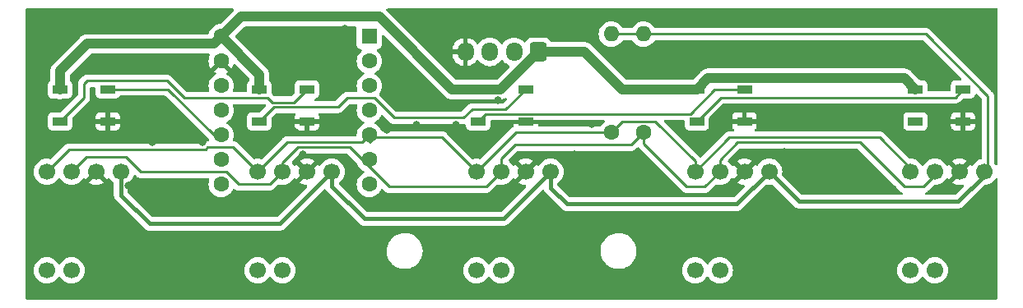
<source format=gbr>
%TF.GenerationSoftware,KiCad,Pcbnew,7.0.9*%
%TF.CreationDate,2025-01-19T15:35:17+09:00*%
%TF.ProjectId,03-FRONT,30332d46-524f-44e5-942e-6b696361645f,rev?*%
%TF.SameCoordinates,Original*%
%TF.FileFunction,Copper,L1,Top*%
%TF.FilePolarity,Positive*%
%FSLAX46Y46*%
G04 Gerber Fmt 4.6, Leading zero omitted, Abs format (unit mm)*
G04 Created by KiCad (PCBNEW 7.0.9) date 2025-01-19 15:35:17*
%MOMM*%
%LPD*%
G01*
G04 APERTURE LIST*
G04 Aperture macros list*
%AMRoundRect*
0 Rectangle with rounded corners*
0 $1 Rounding radius*
0 $2 $3 $4 $5 $6 $7 $8 $9 X,Y pos of 4 corners*
0 Add a 4 corners polygon primitive as box body*
4,1,4,$2,$3,$4,$5,$6,$7,$8,$9,$2,$3,0*
0 Add four circle primitives for the rounded corners*
1,1,$1+$1,$2,$3*
1,1,$1+$1,$4,$5*
1,1,$1+$1,$6,$7*
1,1,$1+$1,$8,$9*
0 Add four rect primitives between the rounded corners*
20,1,$1+$1,$2,$3,$4,$5,0*
20,1,$1+$1,$4,$5,$6,$7,0*
20,1,$1+$1,$6,$7,$8,$9,0*
20,1,$1+$1,$8,$9,$2,$3,0*%
G04 Aperture macros list end*
%TA.AperFunction,SMDPad,CuDef*%
%ADD10R,1.500000X0.900000*%
%TD*%
%TA.AperFunction,ComponentPad*%
%ADD11C,1.700000*%
%TD*%
%TA.AperFunction,ComponentPad*%
%ADD12C,1.600000*%
%TD*%
%TA.AperFunction,ComponentPad*%
%ADD13O,1.600000X1.600000*%
%TD*%
%TA.AperFunction,ComponentPad*%
%ADD14RoundRect,0.250000X0.600000X0.725000X-0.600000X0.725000X-0.600000X-0.725000X0.600000X-0.725000X0*%
%TD*%
%TA.AperFunction,ComponentPad*%
%ADD15O,1.700000X1.950000*%
%TD*%
%TA.AperFunction,ComponentPad*%
%ADD16R,1.600000X1.600000*%
%TD*%
%TA.AperFunction,ViaPad*%
%ADD17C,0.800000*%
%TD*%
%TA.AperFunction,Conductor*%
%ADD18C,0.400000*%
%TD*%
%TA.AperFunction,Conductor*%
%ADD19C,0.250000*%
%TD*%
%TA.AperFunction,Conductor*%
%ADD20C,1.000000*%
%TD*%
G04 APERTURE END LIST*
D10*
%TO.P,D1,1,VDD*%
%TO.N,+5V*%
X54550000Y-78350000D03*
%TO.P,D1,2,DOUT*%
%TO.N,Net-(D1-DOUT)*%
X54550000Y-81650000D03*
%TO.P,D1,3,VSS*%
%TO.N,GND*%
X59450000Y-81650000D03*
%TO.P,D1,4,DIN*%
%TO.N,WS2812B*%
X59450000Y-78350000D03*
%TD*%
D11*
%TO.P,U5,1,3V3*%
%TO.N,+3V3*%
X149620000Y-86840000D03*
%TO.P,U5,2,GND*%
%TO.N,GND*%
X147080000Y-86840000D03*
%TO.P,U5,3,SCL*%
%TO.N,SCL*%
X144540000Y-86840000D03*
%TO.P,U5,4,SDA*%
%TO.N,SDA*%
X142000000Y-86840000D03*
%TO.P,U5,5,XSHUT*%
%TO.N,XSHUT5*%
X144540000Y-97000000D03*
%TO.P,U5,6,GPIO*%
%TO.N,unconnected-(U5-GPIO-Pad6)*%
X142000000Y-97000000D03*
%TD*%
D10*
%TO.P,D4,1,VDD*%
%TO.N,+5V*%
X120050000Y-78350000D03*
%TO.P,D4,2,DOUT*%
%TO.N,Net-(D4-DOUT)*%
X120050000Y-81650000D03*
%TO.P,D4,3,VSS*%
%TO.N,GND*%
X124950000Y-81650000D03*
%TO.P,D4,4,DIN*%
%TO.N,Net-(D3-DOUT)*%
X124950000Y-78350000D03*
%TD*%
%TO.P,D2,1,VDD*%
%TO.N,+5V*%
X75050000Y-78350000D03*
%TO.P,D2,2,DOUT*%
%TO.N,Net-(D2-DOUT)*%
X75050000Y-81650000D03*
%TO.P,D2,3,VSS*%
%TO.N,GND*%
X79950000Y-81650000D03*
%TO.P,D2,4,DIN*%
%TO.N,Net-(D1-DOUT)*%
X79950000Y-78350000D03*
%TD*%
D11*
%TO.P,U2,1,3V3*%
%TO.N,+3V3*%
X82500000Y-86840000D03*
%TO.P,U2,2,GND*%
%TO.N,GND*%
X79960000Y-86840000D03*
%TO.P,U2,3,SCL*%
%TO.N,SCL*%
X77420000Y-86840000D03*
%TO.P,U2,4,SDA*%
%TO.N,SDA*%
X74880000Y-86840000D03*
%TO.P,U2,5,XSHUT*%
%TO.N,XSHUT2*%
X77420000Y-97000000D03*
%TO.P,U2,6,GPIO*%
%TO.N,unconnected-(U2-GPIO-Pad6)*%
X74880000Y-97000000D03*
%TD*%
D10*
%TO.P,D5,1,VDD*%
%TO.N,+5V*%
X142550000Y-78350000D03*
%TO.P,D5,2,DOUT*%
%TO.N,unconnected-(D5-DOUT-Pad2)*%
X142550000Y-81650000D03*
%TO.P,D5,3,VSS*%
%TO.N,GND*%
X147450000Y-81650000D03*
%TO.P,D5,4,DIN*%
%TO.N,Net-(D4-DOUT)*%
X147450000Y-78350000D03*
%TD*%
D11*
%TO.P,U4,1,3V3*%
%TO.N,+3V3*%
X127500000Y-86840000D03*
%TO.P,U4,2,GND*%
%TO.N,GND*%
X124960000Y-86840000D03*
%TO.P,U4,3,SCL*%
%TO.N,SCL*%
X122420000Y-86840000D03*
%TO.P,U4,4,SDA*%
%TO.N,SDA*%
X119880000Y-86840000D03*
%TO.P,U4,5,XSHUT*%
%TO.N,XSHUT4*%
X122420000Y-97000000D03*
%TO.P,U4,6,GPIO*%
%TO.N,unconnected-(U4-GPIO-Pad6)*%
X119880000Y-97000000D03*
%TD*%
D10*
%TO.P,D3,1,VDD*%
%TO.N,+5V*%
X97550000Y-78350000D03*
%TO.P,D3,2,DOUT*%
%TO.N,Net-(D3-DOUT)*%
X97550000Y-81650000D03*
%TO.P,D3,3,VSS*%
%TO.N,GND*%
X102450000Y-81650000D03*
%TO.P,D3,4,DIN*%
%TO.N,Net-(D2-DOUT)*%
X102450000Y-78350000D03*
%TD*%
D11*
%TO.P,U3,1,3V3*%
%TO.N,+3V3*%
X105000000Y-86840000D03*
%TO.P,U3,2,GND*%
%TO.N,GND*%
X102460000Y-86840000D03*
%TO.P,U3,3,SCL*%
%TO.N,SCL*%
X99920000Y-86840000D03*
%TO.P,U3,4,SDA*%
%TO.N,SDA*%
X97380000Y-86840000D03*
%TO.P,U3,5,XSHUT*%
%TO.N,XSHUT3*%
X99920000Y-97000000D03*
%TO.P,U3,6,GPIO*%
%TO.N,unconnected-(U3-GPIO-Pad6)*%
X97380000Y-97000000D03*
%TD*%
%TO.P,U1,1,3V3*%
%TO.N,+3V3*%
X60810000Y-86840000D03*
%TO.P,U1,2,GND*%
%TO.N,GND*%
X58270000Y-86840000D03*
%TO.P,U1,3,SCL*%
%TO.N,SCL*%
X55730000Y-86840000D03*
%TO.P,U1,4,SDA*%
%TO.N,SDA*%
X53190000Y-86840000D03*
%TO.P,U1,5,XSHUT*%
%TO.N,XSHUT1*%
X55730000Y-97000000D03*
%TO.P,U1,6,GPIO*%
%TO.N,unconnected-(U1-GPIO-Pad6)*%
X53190000Y-97000000D03*
%TD*%
D12*
%TO.P,R1,1*%
%TO.N,SCL*%
X114554000Y-82804000D03*
D13*
%TO.P,R1,2*%
%TO.N,+3V3*%
X114554000Y-72644000D03*
%TD*%
D14*
%TO.P,J1,1,Pin_1*%
%TO.N,+5V*%
X103750000Y-74475000D03*
D15*
%TO.P,J1,2,Pin_2*%
%TO.N,RX*%
X101250000Y-74475000D03*
%TO.P,J1,3,Pin_3*%
%TO.N,TX*%
X98750000Y-74475000D03*
%TO.P,J1,4,Pin_4*%
%TO.N,GND*%
X96250000Y-74475000D03*
%TD*%
D12*
%TO.P,R2,1*%
%TO.N,SDA*%
X111252000Y-82804000D03*
D13*
%TO.P,R2,2*%
%TO.N,+3V3*%
X111252000Y-72644000D03*
%TD*%
D16*
%TO.P,U6,1,D0/A0*%
%TO.N,XSHUT1*%
X86360000Y-72898000D03*
D12*
%TO.P,U6,2,D1/A1*%
%TO.N,XSHUT2*%
X86360000Y-75438000D03*
%TO.P,U6,3,D2/A2*%
%TO.N,XSHUT3*%
X86360000Y-77978000D03*
%TO.P,U6,4,D3/A3*%
%TO.N,XSHUT4*%
X86360000Y-80518000D03*
%TO.P,U6,5,D4/SDA*%
%TO.N,SDA*%
X86360000Y-83058000D03*
%TO.P,U6,6,D5/SCL*%
%TO.N,SCL*%
X86360000Y-85598000D03*
%TO.P,U6,7,D6/TX*%
%TO.N,TX*%
X86360000Y-88138000D03*
%TO.P,U6,8,RX/D7*%
%TO.N,RX*%
X71120000Y-88138000D03*
%TO.P,U6,9,D8*%
%TO.N,XSHUT5*%
X71120000Y-85598000D03*
%TO.P,U6,10,D9*%
%TO.N,WS2812B*%
X71120000Y-83058000D03*
%TO.P,U6,11,D10*%
%TO.N,unconnected-(U6-D10-Pad11)*%
X71120000Y-80518000D03*
%TO.P,U6,12,3V3*%
%TO.N,+3V3*%
X71120000Y-77978000D03*
%TO.P,U6,13,GND*%
%TO.N,GND*%
X71120000Y-75438000D03*
%TO.P,U6,14,5V*%
%TO.N,+5V*%
X71120000Y-72898000D03*
%TD*%
D17*
%TO.N,GND*%
X80010000Y-91440000D03*
X61595000Y-88265000D03*
X134620000Y-74930000D03*
X69850000Y-71120000D03*
X137160000Y-96520000D03*
X93472000Y-80010000D03*
X84836000Y-76454000D03*
X95250000Y-82042000D03*
X56896000Y-76200000D03*
X145796000Y-76708000D03*
X150000000Y-76000000D03*
X64770000Y-88392000D03*
X79502000Y-85090000D03*
X63500000Y-93980000D03*
X148590000Y-85090000D03*
X75946000Y-95504000D03*
X95504000Y-76454000D03*
X97536000Y-84836000D03*
X84582000Y-88646000D03*
X96266000Y-90424000D03*
X61722000Y-92456000D03*
X109220000Y-81915000D03*
X117094000Y-88900000D03*
X77216000Y-81280000D03*
X53000000Y-93000000D03*
X142240000Y-84836000D03*
X68580000Y-77724000D03*
X88138000Y-76200000D03*
X73025000Y-81280000D03*
X129794000Y-87122000D03*
X129032000Y-84836000D03*
X77470000Y-78232000D03*
X72898000Y-77216000D03*
X58928000Y-89662000D03*
X83820000Y-72136000D03*
X99568000Y-79502000D03*
X122936000Y-80518000D03*
X73025000Y-93980000D03*
X92202000Y-73660000D03*
X114046000Y-85344000D03*
X64008000Y-83820000D03*
X104140000Y-90170000D03*
X92202000Y-70866000D03*
X111252000Y-74676000D03*
X107442000Y-85090000D03*
X69215000Y-83820000D03*
X73406000Y-73152000D03*
X66802000Y-81280000D03*
X127508000Y-89408000D03*
X106045000Y-96520000D03*
X107315000Y-87630000D03*
X72390000Y-98806000D03*
X147320000Y-71374000D03*
X57150000Y-98806000D03*
X87630000Y-90424000D03*
X52000000Y-71628000D03*
X85090000Y-92964000D03*
X127254000Y-96520000D03*
X120396000Y-84582000D03*
X88138000Y-82550000D03*
X66040000Y-90932000D03*
X103124000Y-97536000D03*
X148590000Y-79756000D03*
X68580000Y-88392000D03*
X102362000Y-72136000D03*
X78105000Y-88900000D03*
X84582000Y-74422000D03*
X117602000Y-82042000D03*
X145034000Y-80264000D03*
X54000000Y-80000000D03*
X78740000Y-82804000D03*
X99060000Y-89535000D03*
X58000000Y-80000000D03*
X149000000Y-97000000D03*
X140208000Y-88646000D03*
X91186000Y-82042000D03*
X99695000Y-81915000D03*
X71755000Y-90805000D03*
X117094000Y-70866000D03*
X88392000Y-79248000D03*
X64770000Y-75184000D03*
X51816000Y-79756000D03*
X145796000Y-88392000D03*
X102235000Y-92710000D03*
%TD*%
D18*
%TO.N,+3V3*%
X124170000Y-90170000D02*
X127500000Y-86840000D01*
X105000000Y-88490000D02*
X106680000Y-90170000D01*
D19*
X149620000Y-86840000D02*
X150000000Y-86460000D01*
D18*
X82500000Y-88342000D02*
X85852000Y-91694000D01*
X60795000Y-89243000D02*
X63754000Y-92202000D01*
D19*
X114554000Y-72644000D02*
X111252000Y-72644000D01*
D18*
X82500000Y-86840000D02*
X82500000Y-88342000D01*
X149620000Y-86840000D02*
X149620000Y-87220000D01*
D19*
X143594000Y-72644000D02*
X111252000Y-72644000D01*
D18*
X77138000Y-92202000D02*
X82500000Y-86840000D01*
X149620000Y-87220000D02*
X146924000Y-89916000D01*
X63754000Y-92202000D02*
X77138000Y-92202000D01*
X85852000Y-91694000D02*
X100146000Y-91694000D01*
D19*
X150000000Y-86460000D02*
X150000000Y-79050000D01*
D18*
X106680000Y-90170000D02*
X124170000Y-90170000D01*
D19*
X150000000Y-79050000D02*
X143594000Y-72644000D01*
D18*
X130576000Y-89916000D02*
X127500000Y-86840000D01*
X60810000Y-86840000D02*
X60795000Y-86855000D01*
X105000000Y-86840000D02*
X105000000Y-88490000D01*
X146924000Y-89916000D02*
X130576000Y-89916000D01*
X100146000Y-91694000D02*
X105000000Y-86840000D01*
X60795000Y-86855000D02*
X60795000Y-89243000D01*
D20*
%TO.N,+5V*%
X103750000Y-74475000D02*
X99875000Y-78350000D01*
X75050000Y-76828000D02*
X71120000Y-72898000D01*
X142550000Y-78350000D02*
X141400000Y-77200000D01*
X75050000Y-78350000D02*
X75050000Y-76828000D01*
X103750000Y-74475000D02*
X108511000Y-74475000D01*
X54550000Y-76450000D02*
X57340000Y-73660000D01*
X94860000Y-78350000D02*
X87376000Y-70866000D01*
X73152000Y-70866000D02*
X71120000Y-72898000D01*
X141400000Y-77200000D02*
X121200000Y-77200000D01*
X70358000Y-73660000D02*
X71120000Y-72898000D01*
X112386000Y-78350000D02*
X120050000Y-78350000D01*
X99875000Y-78350000D02*
X97550000Y-78350000D01*
X87376000Y-70866000D02*
X73152000Y-70866000D01*
X57340000Y-73660000D02*
X70358000Y-73660000D01*
X108511000Y-74475000D02*
X112386000Y-78350000D01*
X121200000Y-77200000D02*
X120050000Y-78350000D01*
X97550000Y-78350000D02*
X94860000Y-78350000D01*
X54550000Y-78350000D02*
X54550000Y-76450000D01*
D19*
%TO.N,Net-(D2-DOUT)*%
X102450000Y-78350000D02*
X100375000Y-80425000D01*
X96070000Y-81280000D02*
X88900000Y-81280000D01*
X76545000Y-80155000D02*
X75050000Y-81650000D01*
X84074000Y-79248000D02*
X83167000Y-80155000D01*
X86868000Y-79248000D02*
X84074000Y-79248000D01*
X83167000Y-80155000D02*
X76545000Y-80155000D01*
X100375000Y-80425000D02*
X96925000Y-80425000D01*
X88900000Y-81280000D02*
X86868000Y-79248000D01*
X96925000Y-80425000D02*
X96070000Y-81280000D01*
%TO.N,WS2812B*%
X65650000Y-78350000D02*
X59450000Y-78350000D01*
X65650000Y-78350000D02*
X70358000Y-83058000D01*
X70358000Y-83058000D02*
X71120000Y-83058000D01*
%TO.N,Net-(D3-DOUT)*%
X121900000Y-78350000D02*
X119375000Y-80875000D01*
X98325000Y-80875000D02*
X97550000Y-81650000D01*
X119375000Y-80875000D02*
X98325000Y-80875000D01*
X124950000Y-78350000D02*
X121900000Y-78350000D01*
%TO.N,Net-(D4-DOUT)*%
X147450000Y-78350000D02*
X146625000Y-79175000D01*
X122525000Y-79175000D02*
X120050000Y-81650000D01*
X146625000Y-79175000D02*
X122525000Y-79175000D01*
%TO.N,SCL*%
X136821375Y-83820000D02*
X141393375Y-88392000D01*
X99920000Y-86840000D02*
X99920000Y-85500000D01*
X119010630Y-88392000D02*
X120868000Y-88392000D01*
X72898000Y-88138000D02*
X71628000Y-86868000D01*
X113284000Y-84074000D02*
X114554000Y-82804000D01*
X98368000Y-88392000D02*
X88392000Y-88392000D01*
X71628000Y-86868000D02*
X62868000Y-86868000D01*
X88392000Y-88392000D02*
X84328000Y-84328000D01*
X114554000Y-82804000D02*
X114554000Y-83935370D01*
X57226000Y-85344000D02*
X55730000Y-86840000D01*
X143368000Y-88392000D02*
X144920000Y-86840000D01*
X114554000Y-83935370D02*
X119010630Y-88392000D01*
X61344000Y-85344000D02*
X57226000Y-85344000D01*
X77420000Y-85902000D02*
X77420000Y-86840000D01*
X99920000Y-86840000D02*
X98368000Y-88392000D01*
X101346000Y-84074000D02*
X113284000Y-84074000D01*
X122420000Y-86840000D02*
X122420000Y-85606000D01*
X122420000Y-85606000D02*
X124206000Y-83820000D01*
X99920000Y-85500000D02*
X101346000Y-84074000D01*
X84328000Y-84328000D02*
X78994000Y-84328000D01*
X62868000Y-86868000D02*
X61344000Y-85344000D01*
X120868000Y-88392000D02*
X122420000Y-86840000D01*
X77420000Y-86840000D02*
X76122000Y-88138000D01*
X78994000Y-84328000D02*
X77420000Y-85902000D01*
X76122000Y-88138000D02*
X72898000Y-88138000D01*
X124206000Y-83820000D02*
X136821375Y-83820000D01*
X141393375Y-88392000D02*
X143368000Y-88392000D01*
%TO.N,SDA*%
X142000000Y-86460000D02*
X142000000Y-86840000D01*
X112377000Y-81679000D02*
X115796630Y-81679000D01*
X86360000Y-83820000D02*
X86905000Y-83275000D01*
X97380000Y-86840000D02*
X101416000Y-82804000D01*
X74880000Y-86840000D02*
X77900000Y-83820000D01*
X85598000Y-83820000D02*
X86360000Y-83058000D01*
X72368000Y-84328000D02*
X69732305Y-84328000D01*
X69732305Y-84328000D02*
X69515305Y-84545000D01*
X138852000Y-83312000D02*
X142000000Y-86460000D01*
X86905000Y-83275000D02*
X93815000Y-83275000D01*
X115796630Y-81679000D02*
X119880000Y-85762370D01*
X55485000Y-84545000D02*
X53190000Y-86840000D01*
X77900000Y-83820000D02*
X85598000Y-83820000D01*
X74880000Y-86840000D02*
X72368000Y-84328000D01*
X69515305Y-84545000D02*
X55485000Y-84545000D01*
X111252000Y-82804000D02*
X112377000Y-81679000D01*
X93815000Y-83275000D02*
X97380000Y-86840000D01*
X101416000Y-82804000D02*
X111252000Y-82804000D01*
X119880000Y-86840000D02*
X123408000Y-83312000D01*
X123408000Y-83312000D02*
X138852000Y-83312000D01*
X119880000Y-85762370D02*
X119880000Y-86840000D01*
%TO.N,Net-(D1-DOUT)*%
X54550000Y-81650000D02*
X57000000Y-79200000D01*
X65532000Y-77470000D02*
X67310000Y-79248000D01*
X67310000Y-79248000D02*
X75901604Y-79248000D01*
X76358604Y-79705000D02*
X78595000Y-79705000D01*
X78595000Y-79705000D02*
X79950000Y-78350000D01*
X57000000Y-77791000D02*
X57321000Y-77470000D01*
X57000000Y-79200000D02*
X57000000Y-77791000D01*
X75901604Y-79248000D02*
X76358604Y-79705000D01*
X57321000Y-77470000D02*
X65532000Y-77470000D01*
%TD*%
%TA.AperFunction,Conductor*%
%TO.N,GND*%
G36*
X72370255Y-70020185D02*
G01*
X72416010Y-70072989D01*
X72425954Y-70142147D01*
X72396929Y-70205703D01*
X72390897Y-70212181D01*
X71031966Y-71571111D01*
X70970643Y-71604596D01*
X70955095Y-71606958D01*
X70893307Y-71612365D01*
X70673511Y-71671258D01*
X70673502Y-71671261D01*
X70467267Y-71767431D01*
X70467265Y-71767432D01*
X70280858Y-71897954D01*
X70119954Y-72058858D01*
X69989432Y-72245265D01*
X69989431Y-72245267D01*
X69893261Y-72451502D01*
X69893258Y-72451511D01*
X69862155Y-72567593D01*
X69825790Y-72627254D01*
X69762943Y-72657783D01*
X69742380Y-72659500D01*
X57352717Y-72659500D01*
X57263637Y-72657243D01*
X57263628Y-72657243D01*
X57210636Y-72666741D01*
X57203254Y-72668064D01*
X57198595Y-72668718D01*
X57137564Y-72674925D01*
X57137562Y-72674926D01*
X57104780Y-72685210D01*
X57097156Y-72687081D01*
X57089308Y-72688488D01*
X57063349Y-72693141D01*
X57063341Y-72693143D01*
X57006382Y-72715895D01*
X57001946Y-72717474D01*
X56943415Y-72735840D01*
X56943412Y-72735841D01*
X56943410Y-72735842D01*
X56943403Y-72735845D01*
X56913384Y-72752507D01*
X56906290Y-72755876D01*
X56874390Y-72768619D01*
X56874388Y-72768619D01*
X56874383Y-72768622D01*
X56874377Y-72768626D01*
X56823154Y-72802383D01*
X56819126Y-72804824D01*
X56765502Y-72834588D01*
X56765499Y-72834590D01*
X56739427Y-72856970D01*
X56733160Y-72861695D01*
X56704482Y-72880598D01*
X56704475Y-72880603D01*
X56661116Y-72923962D01*
X56657661Y-72927164D01*
X56611106Y-72967132D01*
X56611105Y-72967133D01*
X56590076Y-72994300D01*
X56584884Y-73000194D01*
X53851532Y-75733546D01*
X53786946Y-75794942D01*
X53751899Y-75845294D01*
X53749062Y-75849056D01*
X53710302Y-75896592D01*
X53710299Y-75896597D01*
X53694392Y-75927047D01*
X53690324Y-75933761D01*
X53670702Y-75961954D01*
X53646509Y-76018330D01*
X53644488Y-76022584D01*
X53616091Y-76076951D01*
X53616090Y-76076952D01*
X53606640Y-76109975D01*
X53604007Y-76117371D01*
X53590459Y-76148943D01*
X53578113Y-76209019D01*
X53576990Y-76213595D01*
X53560113Y-76272577D01*
X53560113Y-76272579D01*
X53557503Y-76306841D01*
X53556414Y-76314608D01*
X53555162Y-76320705D01*
X53549500Y-76348258D01*
X53549500Y-76409597D01*
X53549321Y-76414306D01*
X53544662Y-76475474D01*
X53546505Y-76489937D01*
X53549003Y-76509560D01*
X53549500Y-76517388D01*
X53549500Y-77400249D01*
X53529815Y-77467288D01*
X53499812Y-77499515D01*
X53442457Y-77542451D01*
X53442451Y-77542457D01*
X53356206Y-77657664D01*
X53356202Y-77657671D01*
X53305908Y-77792517D01*
X53302901Y-77820492D01*
X53299501Y-77852123D01*
X53299500Y-77852135D01*
X53299500Y-78847870D01*
X53299501Y-78847876D01*
X53305908Y-78907483D01*
X53356202Y-79042328D01*
X53356206Y-79042335D01*
X53442452Y-79157544D01*
X53442455Y-79157547D01*
X53557664Y-79243793D01*
X53557671Y-79243797D01*
X53589258Y-79255578D01*
X53692517Y-79294091D01*
X53752127Y-79300500D01*
X54213667Y-79300499D01*
X54244748Y-79304457D01*
X54259274Y-79308218D01*
X54397715Y-79344063D01*
X54600936Y-79354369D01*
X54802071Y-79323556D01*
X54843484Y-79308217D01*
X54886550Y-79300499D01*
X55347871Y-79300499D01*
X55347872Y-79300499D01*
X55407483Y-79294091D01*
X55542331Y-79243796D01*
X55657546Y-79157546D01*
X55743796Y-79042331D01*
X55794091Y-78907483D01*
X55800500Y-78847873D01*
X55800499Y-77852128D01*
X55794091Y-77792517D01*
X55786138Y-77771195D01*
X55743797Y-77657671D01*
X55743793Y-77657664D01*
X55657548Y-77542457D01*
X55657546Y-77542454D01*
X55642916Y-77531502D01*
X55600188Y-77499515D01*
X55558318Y-77443581D01*
X55550500Y-77400249D01*
X55550500Y-76915782D01*
X55570185Y-76848743D01*
X55586819Y-76828101D01*
X57718101Y-74696819D01*
X57779424Y-74663334D01*
X57805782Y-74660500D01*
X69853522Y-74660500D01*
X69920561Y-74680185D01*
X69966316Y-74732989D01*
X69976260Y-74802147D01*
X69965904Y-74836905D01*
X69893734Y-74991673D01*
X69893730Y-74991682D01*
X69834860Y-75211389D01*
X69834858Y-75211400D01*
X69815034Y-75437997D01*
X69815034Y-75438002D01*
X69834858Y-75664599D01*
X69834860Y-75664610D01*
X69893730Y-75884317D01*
X69893734Y-75884326D01*
X69989865Y-76090481D01*
X69989866Y-76090483D01*
X70040973Y-76163471D01*
X70040973Y-76163472D01*
X70636922Y-75567522D01*
X70660507Y-75647844D01*
X70738239Y-75768798D01*
X70846900Y-75862952D01*
X70977685Y-75922680D01*
X70987466Y-75924086D01*
X70394526Y-76517025D01*
X70394526Y-76517026D01*
X70467512Y-76568131D01*
X70467520Y-76568135D01*
X70525865Y-76595342D01*
X70578305Y-76641514D01*
X70597457Y-76708707D01*
X70577242Y-76775589D01*
X70525867Y-76820105D01*
X70467268Y-76847431D01*
X70467264Y-76847433D01*
X70280858Y-76977954D01*
X70119954Y-77138858D01*
X69989432Y-77325265D01*
X69989431Y-77325267D01*
X69893261Y-77531502D01*
X69893258Y-77531511D01*
X69834366Y-77751302D01*
X69834364Y-77751313D01*
X69814532Y-77977998D01*
X69814532Y-77978001D01*
X69834364Y-78204686D01*
X69834366Y-78204697D01*
X69893258Y-78424488D01*
X69893260Y-78424492D01*
X69893261Y-78424496D01*
X69893730Y-78425501D01*
X69903333Y-78446095D01*
X69913825Y-78515173D01*
X69885305Y-78578957D01*
X69826829Y-78617196D01*
X69790951Y-78622500D01*
X67620452Y-78622500D01*
X67553413Y-78602815D01*
X67532771Y-78586181D01*
X66032803Y-77086212D01*
X66022980Y-77073950D01*
X66022759Y-77074134D01*
X66017786Y-77068123D01*
X65999162Y-77050634D01*
X65967364Y-77020773D01*
X65956919Y-77010328D01*
X65946475Y-76999883D01*
X65940986Y-76995625D01*
X65936561Y-76991847D01*
X65902582Y-76959938D01*
X65902580Y-76959936D01*
X65902577Y-76959935D01*
X65885029Y-76950288D01*
X65868763Y-76939604D01*
X65852933Y-76927325D01*
X65810168Y-76908818D01*
X65804922Y-76906248D01*
X65764093Y-76883803D01*
X65764092Y-76883802D01*
X65744693Y-76878822D01*
X65726281Y-76872518D01*
X65707898Y-76864562D01*
X65707892Y-76864560D01*
X65661874Y-76857272D01*
X65656152Y-76856087D01*
X65611021Y-76844500D01*
X65611019Y-76844500D01*
X65590984Y-76844500D01*
X65571586Y-76842973D01*
X65564162Y-76841797D01*
X65551805Y-76839840D01*
X65551804Y-76839840D01*
X65505416Y-76844225D01*
X65499578Y-76844500D01*
X57403743Y-76844500D01*
X57388122Y-76842775D01*
X57388095Y-76843061D01*
X57380333Y-76842326D01*
X57311172Y-76844500D01*
X57281649Y-76844500D01*
X57274778Y-76845367D01*
X57268959Y-76845825D01*
X57222374Y-76847289D01*
X57222368Y-76847290D01*
X57203126Y-76852880D01*
X57184087Y-76856823D01*
X57164217Y-76859334D01*
X57164203Y-76859337D01*
X57120883Y-76876488D01*
X57115358Y-76878380D01*
X57070613Y-76891380D01*
X57070610Y-76891381D01*
X57053366Y-76901579D01*
X57035905Y-76910133D01*
X57017274Y-76917510D01*
X57017262Y-76917517D01*
X56979570Y-76944902D01*
X56974687Y-76948109D01*
X56934580Y-76971829D01*
X56920415Y-76985994D01*
X56905623Y-76998628D01*
X56889412Y-77010405D01*
X56859706Y-77046312D01*
X56855774Y-77050634D01*
X56616211Y-77290197D01*
X56603948Y-77300022D01*
X56604131Y-77300244D01*
X56598120Y-77305215D01*
X56550771Y-77355637D01*
X56529889Y-77376519D01*
X56529877Y-77376532D01*
X56525621Y-77382017D01*
X56521837Y-77386447D01*
X56489937Y-77420418D01*
X56489936Y-77420420D01*
X56480284Y-77437976D01*
X56469610Y-77454226D01*
X56457329Y-77470061D01*
X56457324Y-77470068D01*
X56438815Y-77512838D01*
X56436245Y-77518084D01*
X56413803Y-77558906D01*
X56408822Y-77578307D01*
X56402521Y-77596710D01*
X56394562Y-77615102D01*
X56394561Y-77615105D01*
X56387271Y-77661127D01*
X56386087Y-77666846D01*
X56374501Y-77711972D01*
X56374500Y-77711982D01*
X56374500Y-77732016D01*
X56372973Y-77751413D01*
X56369840Y-77771196D01*
X56373831Y-77813415D01*
X56374225Y-77817583D01*
X56374500Y-77823421D01*
X56374500Y-78889546D01*
X56354815Y-78956585D01*
X56338181Y-78977227D01*
X54652226Y-80663181D01*
X54590903Y-80696666D01*
X54564545Y-80699500D01*
X53752129Y-80699500D01*
X53752123Y-80699501D01*
X53692516Y-80705908D01*
X53557671Y-80756202D01*
X53557664Y-80756206D01*
X53442455Y-80842452D01*
X53442452Y-80842455D01*
X53356206Y-80957664D01*
X53356202Y-80957671D01*
X53305908Y-81092517D01*
X53299501Y-81152116D01*
X53299501Y-81152123D01*
X53299500Y-81152135D01*
X53299500Y-82147870D01*
X53299501Y-82147876D01*
X53305908Y-82207483D01*
X53356202Y-82342328D01*
X53356206Y-82342335D01*
X53442452Y-82457544D01*
X53442455Y-82457547D01*
X53557664Y-82543793D01*
X53557671Y-82543797D01*
X53692517Y-82594091D01*
X53692516Y-82594091D01*
X53699444Y-82594835D01*
X53752127Y-82600500D01*
X55347872Y-82600499D01*
X55407483Y-82594091D01*
X55542331Y-82543796D01*
X55657546Y-82457546D01*
X55743796Y-82342331D01*
X55794091Y-82207483D01*
X55800500Y-82147873D01*
X55800500Y-81900000D01*
X58200000Y-81900000D01*
X58200000Y-82147844D01*
X58206401Y-82207372D01*
X58206403Y-82207379D01*
X58256645Y-82342086D01*
X58256649Y-82342093D01*
X58342809Y-82457187D01*
X58342812Y-82457190D01*
X58457906Y-82543350D01*
X58457913Y-82543354D01*
X58592620Y-82593596D01*
X58592627Y-82593598D01*
X58652155Y-82599999D01*
X58652172Y-82600000D01*
X59200000Y-82600000D01*
X59200000Y-81900000D01*
X59700000Y-81900000D01*
X59700000Y-82600000D01*
X60247828Y-82600000D01*
X60247844Y-82599999D01*
X60307372Y-82593598D01*
X60307379Y-82593596D01*
X60442086Y-82543354D01*
X60442093Y-82543350D01*
X60557187Y-82457190D01*
X60557190Y-82457187D01*
X60643350Y-82342093D01*
X60643354Y-82342086D01*
X60693596Y-82207379D01*
X60693598Y-82207372D01*
X60699999Y-82147844D01*
X60700000Y-82147827D01*
X60700000Y-81900000D01*
X59700000Y-81900000D01*
X59200000Y-81900000D01*
X58200000Y-81900000D01*
X55800500Y-81900000D01*
X55800499Y-81400000D01*
X58200000Y-81400000D01*
X59200000Y-81400000D01*
X59200000Y-80700000D01*
X59700000Y-80700000D01*
X59700000Y-81400000D01*
X60700000Y-81400000D01*
X60700000Y-81152172D01*
X60699999Y-81152155D01*
X60693598Y-81092627D01*
X60693596Y-81092620D01*
X60643354Y-80957913D01*
X60643350Y-80957906D01*
X60557190Y-80842812D01*
X60557187Y-80842809D01*
X60442093Y-80756649D01*
X60442086Y-80756645D01*
X60307379Y-80706403D01*
X60307372Y-80706401D01*
X60247844Y-80700000D01*
X59700000Y-80700000D01*
X59200000Y-80700000D01*
X58652155Y-80700000D01*
X58592627Y-80706401D01*
X58592620Y-80706403D01*
X58457913Y-80756645D01*
X58457906Y-80756649D01*
X58342812Y-80842809D01*
X58342809Y-80842812D01*
X58256649Y-80957906D01*
X58256645Y-80957913D01*
X58206403Y-81092620D01*
X58206401Y-81092627D01*
X58200000Y-81152155D01*
X58200000Y-81400000D01*
X55800499Y-81400000D01*
X55800499Y-81335451D01*
X55820183Y-81268413D01*
X55836813Y-81247776D01*
X57383788Y-79700801D01*
X57396042Y-79690986D01*
X57395859Y-79690764D01*
X57401866Y-79685792D01*
X57401877Y-79685786D01*
X57433505Y-79652105D01*
X57449227Y-79635364D01*
X57459671Y-79624918D01*
X57470120Y-79614471D01*
X57474379Y-79608978D01*
X57478152Y-79604561D01*
X57510062Y-79570582D01*
X57519713Y-79553024D01*
X57530396Y-79536761D01*
X57542673Y-79520936D01*
X57561185Y-79478153D01*
X57563738Y-79472941D01*
X57586197Y-79432092D01*
X57591180Y-79412680D01*
X57597481Y-79394280D01*
X57605437Y-79375896D01*
X57612729Y-79329852D01*
X57613906Y-79324171D01*
X57625500Y-79279019D01*
X57625500Y-79258983D01*
X57627027Y-79239582D01*
X57627460Y-79236850D01*
X57630160Y-79219804D01*
X57625775Y-79173415D01*
X57625500Y-79167577D01*
X57625500Y-78219500D01*
X57645185Y-78152461D01*
X57697989Y-78106706D01*
X57749500Y-78095500D01*
X58075500Y-78095500D01*
X58142539Y-78115185D01*
X58188294Y-78167989D01*
X58199500Y-78219500D01*
X58199500Y-78847870D01*
X58199501Y-78847876D01*
X58205908Y-78907483D01*
X58256202Y-79042328D01*
X58256206Y-79042335D01*
X58342452Y-79157544D01*
X58342455Y-79157547D01*
X58457664Y-79243793D01*
X58457671Y-79243797D01*
X58592517Y-79294091D01*
X58592516Y-79294091D01*
X58595763Y-79294440D01*
X58652127Y-79300500D01*
X60247872Y-79300499D01*
X60307483Y-79294091D01*
X60442331Y-79243796D01*
X60557546Y-79157546D01*
X60643796Y-79042331D01*
X60643798Y-79042323D01*
X60645027Y-79040076D01*
X60646849Y-79038253D01*
X60649112Y-79035231D01*
X60649546Y-79035556D01*
X60694431Y-78990669D01*
X60753861Y-78975500D01*
X65339548Y-78975500D01*
X65406587Y-78995185D01*
X65427229Y-79011819D01*
X69857197Y-83441788D01*
X69867035Y-83454068D01*
X69867257Y-83453885D01*
X69868442Y-83455318D01*
X69869175Y-83456738D01*
X69874210Y-83463023D01*
X69876392Y-83466461D01*
X69874735Y-83467512D01*
X69891233Y-83499477D01*
X69891411Y-83499413D01*
X69891916Y-83500802D01*
X69892654Y-83502231D01*
X69893261Y-83504496D01*
X69902317Y-83523917D01*
X69912808Y-83592994D01*
X69884287Y-83656778D01*
X69825810Y-83695017D01*
X69793829Y-83700259D01*
X69722508Y-83702500D01*
X69692955Y-83702500D01*
X69692234Y-83702590D01*
X69686062Y-83703369D01*
X69680250Y-83703826D01*
X69633683Y-83705290D01*
X69633672Y-83705292D01*
X69614439Y-83710879D01*
X69595399Y-83714822D01*
X69575522Y-83717334D01*
X69575515Y-83717335D01*
X69575513Y-83717336D01*
X69575511Y-83717336D01*
X69575510Y-83717337D01*
X69532173Y-83734494D01*
X69526647Y-83736386D01*
X69481916Y-83749382D01*
X69481913Y-83749383D01*
X69464668Y-83759581D01*
X69447206Y-83768135D01*
X69428577Y-83775511D01*
X69428572Y-83775513D01*
X69390869Y-83802906D01*
X69385987Y-83806112D01*
X69345885Y-83829828D01*
X69331713Y-83844000D01*
X69316928Y-83856628D01*
X69300716Y-83868407D01*
X69295639Y-83874545D01*
X69237737Y-83913650D01*
X69200099Y-83919500D01*
X55567738Y-83919500D01*
X55552121Y-83917776D01*
X55552094Y-83918062D01*
X55544332Y-83917327D01*
X55475204Y-83919500D01*
X55445650Y-83919500D01*
X55444929Y-83919590D01*
X55438757Y-83920369D01*
X55432945Y-83920826D01*
X55386373Y-83922290D01*
X55386372Y-83922290D01*
X55367129Y-83927881D01*
X55348079Y-83931825D01*
X55328211Y-83934334D01*
X55328209Y-83934335D01*
X55284884Y-83951488D01*
X55279357Y-83953380D01*
X55234610Y-83966381D01*
X55234609Y-83966382D01*
X55217367Y-83976579D01*
X55199899Y-83985137D01*
X55181269Y-83992513D01*
X55181267Y-83992514D01*
X55143576Y-84019898D01*
X55138694Y-84023105D01*
X55098579Y-84046830D01*
X55084408Y-84061000D01*
X55069623Y-84073628D01*
X55053412Y-84085407D01*
X55023709Y-84121310D01*
X55019777Y-84125631D01*
X53645646Y-85499761D01*
X53584323Y-85533246D01*
X53525873Y-85531855D01*
X53425408Y-85504937D01*
X53190001Y-85484341D01*
X53189999Y-85484341D01*
X52954596Y-85504936D01*
X52954586Y-85504938D01*
X52726344Y-85566094D01*
X52726335Y-85566098D01*
X52512171Y-85665964D01*
X52512169Y-85665965D01*
X52318597Y-85801505D01*
X52151505Y-85968597D01*
X52015965Y-86162169D01*
X52015964Y-86162171D01*
X51916098Y-86376335D01*
X51916094Y-86376344D01*
X51854938Y-86604586D01*
X51854936Y-86604596D01*
X51834341Y-86839999D01*
X51834341Y-86840000D01*
X51854936Y-87075403D01*
X51854938Y-87075413D01*
X51916094Y-87303655D01*
X51916096Y-87303659D01*
X51916097Y-87303663D01*
X51988615Y-87459177D01*
X52015965Y-87517830D01*
X52015967Y-87517834D01*
X52049686Y-87565989D01*
X52151505Y-87711401D01*
X52318599Y-87878495D01*
X52365461Y-87911308D01*
X52512165Y-88014032D01*
X52512167Y-88014033D01*
X52512170Y-88014035D01*
X52726337Y-88113903D01*
X52726343Y-88113904D01*
X52726344Y-88113905D01*
X52781285Y-88128626D01*
X52954592Y-88175063D01*
X53128599Y-88190287D01*
X53189999Y-88195659D01*
X53190000Y-88195659D01*
X53190001Y-88195659D01*
X53229234Y-88192226D01*
X53425408Y-88175063D01*
X53653663Y-88113903D01*
X53867830Y-88014035D01*
X54061401Y-87878495D01*
X54228495Y-87711401D01*
X54358425Y-87525842D01*
X54413002Y-87482217D01*
X54482500Y-87475023D01*
X54544855Y-87506546D01*
X54561575Y-87525842D01*
X54691500Y-87711395D01*
X54691505Y-87711401D01*
X54858599Y-87878495D01*
X54905461Y-87911308D01*
X55052165Y-88014032D01*
X55052167Y-88014033D01*
X55052170Y-88014035D01*
X55266337Y-88113903D01*
X55266343Y-88113904D01*
X55266344Y-88113905D01*
X55321285Y-88128626D01*
X55494592Y-88175063D01*
X55668599Y-88190287D01*
X55729999Y-88195659D01*
X55730000Y-88195659D01*
X55730001Y-88195659D01*
X55769234Y-88192226D01*
X55965408Y-88175063D01*
X56193663Y-88113903D01*
X56407830Y-88014035D01*
X56601401Y-87878495D01*
X56768495Y-87711401D01*
X56898732Y-87525403D01*
X56953307Y-87481780D01*
X57022805Y-87474586D01*
X57085160Y-87506109D01*
X57101880Y-87525405D01*
X57155073Y-87601373D01*
X57786922Y-86969523D01*
X57810507Y-87049844D01*
X57888239Y-87170798D01*
X57996900Y-87264952D01*
X58127685Y-87324680D01*
X58137466Y-87326086D01*
X57508625Y-87954925D01*
X57592421Y-88013599D01*
X57806507Y-88113429D01*
X57806516Y-88113433D01*
X58034673Y-88174567D01*
X58034684Y-88174569D01*
X58269998Y-88195157D01*
X58270002Y-88195157D01*
X58505315Y-88174569D01*
X58505326Y-88174567D01*
X58733483Y-88113433D01*
X58733492Y-88113429D01*
X58947578Y-88013600D01*
X58947582Y-88013598D01*
X59031373Y-87954926D01*
X59031373Y-87954925D01*
X58402533Y-87326086D01*
X58412315Y-87324680D01*
X58543100Y-87264952D01*
X58651761Y-87170798D01*
X58729493Y-87049844D01*
X58753076Y-86969524D01*
X59384925Y-87601373D01*
X59438119Y-87525405D01*
X59492696Y-87481781D01*
X59562195Y-87474588D01*
X59624549Y-87506110D01*
X59641269Y-87525405D01*
X59771505Y-87711401D01*
X59771506Y-87711402D01*
X59938597Y-87878493D01*
X59938603Y-87878498D01*
X60041623Y-87950633D01*
X60085248Y-88005210D01*
X60094500Y-88052208D01*
X60094500Y-89219951D01*
X60094387Y-89223696D01*
X60090642Y-89285603D01*
X60090642Y-89285605D01*
X60101821Y-89346612D01*
X60102384Y-89350313D01*
X60109859Y-89411870D01*
X60109860Y-89411874D01*
X60113451Y-89421343D01*
X60119474Y-89442946D01*
X60121304Y-89452930D01*
X60146759Y-89509490D01*
X60148189Y-89512941D01*
X60170182Y-89570930D01*
X60170183Y-89570931D01*
X60175936Y-89579266D01*
X60186961Y-89598813D01*
X60191120Y-89608055D01*
X60191124Y-89608060D01*
X60229371Y-89656878D01*
X60231591Y-89659896D01*
X60266812Y-89710924D01*
X60266816Y-89710928D01*
X60266817Y-89710929D01*
X60313250Y-89752064D01*
X60315941Y-89754598D01*
X63242399Y-92681056D01*
X63244935Y-92683750D01*
X63281610Y-92725148D01*
X63286070Y-92730182D01*
X63337106Y-92765410D01*
X63340122Y-92767630D01*
X63366490Y-92788287D01*
X63388943Y-92805878D01*
X63395845Y-92808984D01*
X63398182Y-92810036D01*
X63417733Y-92821063D01*
X63426070Y-92826818D01*
X63484065Y-92848812D01*
X63487474Y-92850223D01*
X63534787Y-92871517D01*
X63544064Y-92875693D01*
X63544065Y-92875693D01*
X63544069Y-92875695D01*
X63554034Y-92877521D01*
X63575656Y-92883548D01*
X63575667Y-92883552D01*
X63585128Y-92887140D01*
X63630251Y-92892618D01*
X63646674Y-92894613D01*
X63650371Y-92895175D01*
X63711394Y-92906358D01*
X63766752Y-92903009D01*
X63773303Y-92902613D01*
X63777048Y-92902500D01*
X77114952Y-92902500D01*
X77118697Y-92902613D01*
X77126042Y-92903057D01*
X77180606Y-92906358D01*
X77218314Y-92899447D01*
X77241621Y-92895177D01*
X77245325Y-92894613D01*
X77263170Y-92892446D01*
X77306872Y-92887140D01*
X77316335Y-92883550D01*
X77337961Y-92877522D01*
X77338893Y-92877351D01*
X77347932Y-92875695D01*
X77404512Y-92850229D01*
X77407942Y-92848809D01*
X77465930Y-92826818D01*
X77474266Y-92821062D01*
X77493821Y-92810034D01*
X77503057Y-92805878D01*
X77551896Y-92767613D01*
X77554876Y-92765421D01*
X77605929Y-92730183D01*
X77647065Y-92683748D01*
X77649599Y-92681056D01*
X81682396Y-88648259D01*
X81743717Y-88614776D01*
X81813409Y-88619760D01*
X81869342Y-88661632D01*
X81872121Y-88665497D01*
X81880933Y-88678262D01*
X81891961Y-88697813D01*
X81896120Y-88707055D01*
X81896124Y-88707060D01*
X81909548Y-88724194D01*
X81933778Y-88755122D01*
X81934371Y-88755878D01*
X81936588Y-88758892D01*
X81937842Y-88760709D01*
X81971812Y-88809924D01*
X81971816Y-88809928D01*
X81971817Y-88809929D01*
X82018250Y-88851064D01*
X82020941Y-88853598D01*
X85340399Y-92173056D01*
X85342935Y-92175750D01*
X85379610Y-92217148D01*
X85384070Y-92222182D01*
X85435106Y-92257410D01*
X85438122Y-92259630D01*
X85464490Y-92280287D01*
X85486943Y-92297878D01*
X85493845Y-92300984D01*
X85496182Y-92302036D01*
X85515733Y-92313063D01*
X85524070Y-92318818D01*
X85582065Y-92340812D01*
X85585474Y-92342223D01*
X85632787Y-92363517D01*
X85642064Y-92367693D01*
X85642065Y-92367693D01*
X85642069Y-92367695D01*
X85652034Y-92369521D01*
X85673656Y-92375548D01*
X85673667Y-92375552D01*
X85683128Y-92379140D01*
X85728251Y-92384618D01*
X85744674Y-92386613D01*
X85748371Y-92387175D01*
X85809394Y-92398358D01*
X85864752Y-92395009D01*
X85871303Y-92394613D01*
X85875048Y-92394500D01*
X100122952Y-92394500D01*
X100126697Y-92394613D01*
X100134042Y-92395057D01*
X100188606Y-92398358D01*
X100226314Y-92391447D01*
X100249621Y-92387177D01*
X100253325Y-92386613D01*
X100271170Y-92384446D01*
X100314872Y-92379140D01*
X100324335Y-92375550D01*
X100345961Y-92369522D01*
X100346893Y-92369351D01*
X100355932Y-92367695D01*
X100412512Y-92342229D01*
X100415942Y-92340809D01*
X100473930Y-92318818D01*
X100482266Y-92313062D01*
X100501821Y-92302034D01*
X100511057Y-92297878D01*
X100559896Y-92259613D01*
X100562876Y-92257421D01*
X100613929Y-92222183D01*
X100655065Y-92175748D01*
X100657599Y-92173056D01*
X104138575Y-88692080D01*
X104199896Y-88658597D01*
X104269588Y-88663581D01*
X104325521Y-88705453D01*
X104339328Y-88728869D01*
X104340517Y-88731510D01*
X104351759Y-88756490D01*
X104353189Y-88759941D01*
X104375182Y-88817930D01*
X104375183Y-88817931D01*
X104380936Y-88826266D01*
X104391961Y-88845813D01*
X104396120Y-88855055D01*
X104396124Y-88855060D01*
X104407955Y-88870161D01*
X104432949Y-88902064D01*
X104434371Y-88903878D01*
X104436591Y-88906896D01*
X104471812Y-88957924D01*
X104471816Y-88957929D01*
X104494695Y-88978197D01*
X104518236Y-88999052D01*
X104520939Y-89001596D01*
X106168399Y-90649056D01*
X106170935Y-90651750D01*
X106212071Y-90698183D01*
X106263130Y-90733427D01*
X106266112Y-90735621D01*
X106314943Y-90773877D01*
X106314947Y-90773880D01*
X106314946Y-90773880D01*
X106324177Y-90778034D01*
X106343731Y-90789062D01*
X106352066Y-90794816D01*
X106352068Y-90794816D01*
X106352070Y-90794818D01*
X106410079Y-90816817D01*
X106413476Y-90818224D01*
X106460770Y-90839509D01*
X106470064Y-90843693D01*
X106470065Y-90843693D01*
X106470069Y-90843695D01*
X106480034Y-90845521D01*
X106501656Y-90851548D01*
X106501667Y-90851552D01*
X106511128Y-90855140D01*
X106556251Y-90860618D01*
X106572674Y-90862613D01*
X106576371Y-90863175D01*
X106637394Y-90874358D01*
X106692752Y-90871009D01*
X106699303Y-90870613D01*
X106703048Y-90870500D01*
X124146952Y-90870500D01*
X124150697Y-90870613D01*
X124158042Y-90871057D01*
X124212606Y-90874358D01*
X124250314Y-90867447D01*
X124273621Y-90863177D01*
X124277325Y-90862613D01*
X124295170Y-90860446D01*
X124338872Y-90855140D01*
X124348335Y-90851550D01*
X124369961Y-90845522D01*
X124370893Y-90845351D01*
X124379932Y-90843695D01*
X124436512Y-90818229D01*
X124439942Y-90816809D01*
X124497930Y-90794818D01*
X124506266Y-90789062D01*
X124525821Y-90778034D01*
X124535057Y-90773878D01*
X124583896Y-90735613D01*
X124586876Y-90733421D01*
X124637929Y-90698183D01*
X124679065Y-90651748D01*
X124681599Y-90649056D01*
X127128006Y-88202649D01*
X127189327Y-88169166D01*
X127247778Y-88170557D01*
X127264592Y-88175063D01*
X127438599Y-88190287D01*
X127499999Y-88195659D01*
X127500000Y-88195659D01*
X127500001Y-88195659D01*
X127539234Y-88192226D01*
X127735408Y-88175063D01*
X127752216Y-88170559D01*
X127822064Y-88172218D01*
X127871994Y-88202651D01*
X130064399Y-90395056D01*
X130066935Y-90397750D01*
X130103610Y-90439148D01*
X130108070Y-90444182D01*
X130159106Y-90479410D01*
X130162122Y-90481630D01*
X130188490Y-90502287D01*
X130210943Y-90519878D01*
X130217845Y-90522984D01*
X130220182Y-90524036D01*
X130239733Y-90535063D01*
X130248070Y-90540818D01*
X130306065Y-90562812D01*
X130309474Y-90564223D01*
X130356787Y-90585517D01*
X130366064Y-90589693D01*
X130366065Y-90589693D01*
X130366069Y-90589695D01*
X130376034Y-90591521D01*
X130397656Y-90597548D01*
X130397667Y-90597552D01*
X130407128Y-90601140D01*
X130452251Y-90606618D01*
X130468674Y-90608613D01*
X130472371Y-90609175D01*
X130533394Y-90620358D01*
X130588752Y-90617009D01*
X130595303Y-90616613D01*
X130599048Y-90616500D01*
X146900952Y-90616500D01*
X146904697Y-90616613D01*
X146912042Y-90617057D01*
X146966606Y-90620358D01*
X147004314Y-90613447D01*
X147027621Y-90609177D01*
X147031325Y-90608613D01*
X147049170Y-90606446D01*
X147092872Y-90601140D01*
X147102335Y-90597550D01*
X147123961Y-90591522D01*
X147124893Y-90591351D01*
X147133932Y-90589695D01*
X147190512Y-90564229D01*
X147193942Y-90562809D01*
X147251930Y-90540818D01*
X147260266Y-90535062D01*
X147279821Y-90524034D01*
X147289057Y-90519878D01*
X147337896Y-90481613D01*
X147340876Y-90479421D01*
X147391929Y-90444183D01*
X147433065Y-90397748D01*
X147435599Y-90395056D01*
X149604523Y-88226132D01*
X149665844Y-88192649D01*
X149681388Y-88190288D01*
X149855408Y-88175063D01*
X150083663Y-88113903D01*
X150297830Y-88014035D01*
X150491401Y-87878495D01*
X150658495Y-87711401D01*
X150773925Y-87546549D01*
X150828502Y-87502925D01*
X150898000Y-87495731D01*
X150960355Y-87527254D01*
X150995769Y-87587484D01*
X150999500Y-87617673D01*
X150999500Y-99875500D01*
X150979815Y-99942539D01*
X150927011Y-99988294D01*
X150875500Y-99999500D01*
X51124500Y-99999500D01*
X51057461Y-99979815D01*
X51011706Y-99927011D01*
X51000500Y-99875500D01*
X51000500Y-97000000D01*
X51834341Y-97000000D01*
X51854936Y-97235403D01*
X51854938Y-97235413D01*
X51916094Y-97463655D01*
X51916096Y-97463659D01*
X51916097Y-97463663D01*
X51920000Y-97472032D01*
X52015965Y-97677830D01*
X52015967Y-97677834D01*
X52124281Y-97832521D01*
X52151505Y-97871401D01*
X52318599Y-98038495D01*
X52415384Y-98106265D01*
X52512165Y-98174032D01*
X52512167Y-98174033D01*
X52512170Y-98174035D01*
X52726337Y-98273903D01*
X52954592Y-98335063D01*
X53142918Y-98351539D01*
X53189999Y-98355659D01*
X53190000Y-98355659D01*
X53190001Y-98355659D01*
X53229234Y-98352226D01*
X53425408Y-98335063D01*
X53653663Y-98273903D01*
X53867830Y-98174035D01*
X54061401Y-98038495D01*
X54228495Y-97871401D01*
X54358425Y-97685842D01*
X54413002Y-97642217D01*
X54482500Y-97635023D01*
X54544855Y-97666546D01*
X54561575Y-97685842D01*
X54691500Y-97871395D01*
X54691505Y-97871401D01*
X54858599Y-98038495D01*
X54955384Y-98106265D01*
X55052165Y-98174032D01*
X55052167Y-98174033D01*
X55052170Y-98174035D01*
X55266337Y-98273903D01*
X55494592Y-98335063D01*
X55682918Y-98351539D01*
X55729999Y-98355659D01*
X55730000Y-98355659D01*
X55730001Y-98355659D01*
X55769234Y-98352226D01*
X55965408Y-98335063D01*
X56193663Y-98273903D01*
X56407830Y-98174035D01*
X56601401Y-98038495D01*
X56768495Y-97871401D01*
X56904035Y-97677830D01*
X57003903Y-97463663D01*
X57065063Y-97235408D01*
X57085659Y-97000000D01*
X73524341Y-97000000D01*
X73544936Y-97235403D01*
X73544938Y-97235413D01*
X73606094Y-97463655D01*
X73606096Y-97463659D01*
X73606097Y-97463663D01*
X73610000Y-97472032D01*
X73705965Y-97677830D01*
X73705967Y-97677834D01*
X73814281Y-97832521D01*
X73841505Y-97871401D01*
X74008599Y-98038495D01*
X74105384Y-98106265D01*
X74202165Y-98174032D01*
X74202167Y-98174033D01*
X74202170Y-98174035D01*
X74416337Y-98273903D01*
X74644592Y-98335063D01*
X74832918Y-98351539D01*
X74879999Y-98355659D01*
X74880000Y-98355659D01*
X74880001Y-98355659D01*
X74919234Y-98352226D01*
X75115408Y-98335063D01*
X75343663Y-98273903D01*
X75557830Y-98174035D01*
X75751401Y-98038495D01*
X75918495Y-97871401D01*
X76048425Y-97685842D01*
X76103002Y-97642217D01*
X76172500Y-97635023D01*
X76234855Y-97666546D01*
X76251575Y-97685842D01*
X76381500Y-97871395D01*
X76381505Y-97871401D01*
X76548599Y-98038495D01*
X76645384Y-98106265D01*
X76742165Y-98174032D01*
X76742167Y-98174033D01*
X76742170Y-98174035D01*
X76956337Y-98273903D01*
X77184592Y-98335063D01*
X77372918Y-98351539D01*
X77419999Y-98355659D01*
X77420000Y-98355659D01*
X77420001Y-98355659D01*
X77459234Y-98352226D01*
X77655408Y-98335063D01*
X77883663Y-98273903D01*
X78097830Y-98174035D01*
X78291401Y-98038495D01*
X78458495Y-97871401D01*
X78594035Y-97677830D01*
X78693903Y-97463663D01*
X78755063Y-97235408D01*
X78775659Y-97000000D01*
X96024341Y-97000000D01*
X96044936Y-97235403D01*
X96044938Y-97235413D01*
X96106094Y-97463655D01*
X96106096Y-97463659D01*
X96106097Y-97463663D01*
X96110000Y-97472032D01*
X96205965Y-97677830D01*
X96205967Y-97677834D01*
X96314281Y-97832521D01*
X96341505Y-97871401D01*
X96508599Y-98038495D01*
X96605384Y-98106265D01*
X96702165Y-98174032D01*
X96702167Y-98174033D01*
X96702170Y-98174035D01*
X96916337Y-98273903D01*
X97144592Y-98335063D01*
X97332918Y-98351539D01*
X97379999Y-98355659D01*
X97380000Y-98355659D01*
X97380001Y-98355659D01*
X97419234Y-98352226D01*
X97615408Y-98335063D01*
X97843663Y-98273903D01*
X98057830Y-98174035D01*
X98251401Y-98038495D01*
X98418495Y-97871401D01*
X98548425Y-97685842D01*
X98603002Y-97642217D01*
X98672500Y-97635023D01*
X98734855Y-97666546D01*
X98751575Y-97685842D01*
X98881500Y-97871395D01*
X98881505Y-97871401D01*
X99048599Y-98038495D01*
X99145384Y-98106265D01*
X99242165Y-98174032D01*
X99242167Y-98174033D01*
X99242170Y-98174035D01*
X99456337Y-98273903D01*
X99684592Y-98335063D01*
X99872918Y-98351539D01*
X99919999Y-98355659D01*
X99920000Y-98355659D01*
X99920001Y-98355659D01*
X99959234Y-98352226D01*
X100155408Y-98335063D01*
X100383663Y-98273903D01*
X100597830Y-98174035D01*
X100791401Y-98038495D01*
X100958495Y-97871401D01*
X101094035Y-97677830D01*
X101193903Y-97463663D01*
X101255063Y-97235408D01*
X101275659Y-97000000D01*
X118524341Y-97000000D01*
X118544936Y-97235403D01*
X118544938Y-97235413D01*
X118606094Y-97463655D01*
X118606096Y-97463659D01*
X118606097Y-97463663D01*
X118610000Y-97472032D01*
X118705965Y-97677830D01*
X118705967Y-97677834D01*
X118814281Y-97832521D01*
X118841505Y-97871401D01*
X119008599Y-98038495D01*
X119105384Y-98106265D01*
X119202165Y-98174032D01*
X119202167Y-98174033D01*
X119202170Y-98174035D01*
X119416337Y-98273903D01*
X119644592Y-98335063D01*
X119832918Y-98351539D01*
X119879999Y-98355659D01*
X119880000Y-98355659D01*
X119880001Y-98355659D01*
X119919234Y-98352226D01*
X120115408Y-98335063D01*
X120343663Y-98273903D01*
X120557830Y-98174035D01*
X120751401Y-98038495D01*
X120918495Y-97871401D01*
X121048425Y-97685842D01*
X121103002Y-97642217D01*
X121172500Y-97635023D01*
X121234855Y-97666546D01*
X121251575Y-97685842D01*
X121381500Y-97871395D01*
X121381505Y-97871401D01*
X121548599Y-98038495D01*
X121645384Y-98106265D01*
X121742165Y-98174032D01*
X121742167Y-98174033D01*
X121742170Y-98174035D01*
X121956337Y-98273903D01*
X122184592Y-98335063D01*
X122372918Y-98351539D01*
X122419999Y-98355659D01*
X122420000Y-98355659D01*
X122420001Y-98355659D01*
X122459234Y-98352226D01*
X122655408Y-98335063D01*
X122883663Y-98273903D01*
X123097830Y-98174035D01*
X123291401Y-98038495D01*
X123458495Y-97871401D01*
X123594035Y-97677830D01*
X123693903Y-97463663D01*
X123755063Y-97235408D01*
X123775659Y-97000000D01*
X140644341Y-97000000D01*
X140664936Y-97235403D01*
X140664938Y-97235413D01*
X140726094Y-97463655D01*
X140726096Y-97463659D01*
X140726097Y-97463663D01*
X140730000Y-97472032D01*
X140825965Y-97677830D01*
X140825967Y-97677834D01*
X140934281Y-97832521D01*
X140961505Y-97871401D01*
X141128599Y-98038495D01*
X141225384Y-98106265D01*
X141322165Y-98174032D01*
X141322167Y-98174033D01*
X141322170Y-98174035D01*
X141536337Y-98273903D01*
X141764592Y-98335063D01*
X141952918Y-98351539D01*
X141999999Y-98355659D01*
X142000000Y-98355659D01*
X142000001Y-98355659D01*
X142039234Y-98352226D01*
X142235408Y-98335063D01*
X142463663Y-98273903D01*
X142677830Y-98174035D01*
X142871401Y-98038495D01*
X143038495Y-97871401D01*
X143168425Y-97685842D01*
X143223002Y-97642217D01*
X143292500Y-97635023D01*
X143354855Y-97666546D01*
X143371575Y-97685842D01*
X143501500Y-97871395D01*
X143501505Y-97871401D01*
X143668599Y-98038495D01*
X143765384Y-98106265D01*
X143862165Y-98174032D01*
X143862167Y-98174033D01*
X143862170Y-98174035D01*
X144076337Y-98273903D01*
X144304592Y-98335063D01*
X144492918Y-98351539D01*
X144539999Y-98355659D01*
X144540000Y-98355659D01*
X144540001Y-98355659D01*
X144579234Y-98352226D01*
X144775408Y-98335063D01*
X145003663Y-98273903D01*
X145217830Y-98174035D01*
X145411401Y-98038495D01*
X145578495Y-97871401D01*
X145714035Y-97677830D01*
X145813903Y-97463663D01*
X145875063Y-97235408D01*
X145895659Y-97000000D01*
X145875063Y-96764592D01*
X145813903Y-96536337D01*
X145714035Y-96322171D01*
X145708425Y-96314158D01*
X145578494Y-96128597D01*
X145411402Y-95961506D01*
X145411395Y-95961501D01*
X145217834Y-95825967D01*
X145217830Y-95825965D01*
X145217828Y-95825964D01*
X145003663Y-95726097D01*
X145003659Y-95726096D01*
X145003655Y-95726094D01*
X144775413Y-95664938D01*
X144775403Y-95664936D01*
X144540001Y-95644341D01*
X144539999Y-95644341D01*
X144304596Y-95664936D01*
X144304586Y-95664938D01*
X144076344Y-95726094D01*
X144076335Y-95726098D01*
X143862171Y-95825964D01*
X143862169Y-95825965D01*
X143668597Y-95961505D01*
X143501505Y-96128597D01*
X143371575Y-96314158D01*
X143316998Y-96357783D01*
X143247500Y-96364977D01*
X143185145Y-96333454D01*
X143168425Y-96314158D01*
X143038494Y-96128597D01*
X142871402Y-95961506D01*
X142871395Y-95961501D01*
X142677834Y-95825967D01*
X142677830Y-95825965D01*
X142677828Y-95825964D01*
X142463663Y-95726097D01*
X142463659Y-95726096D01*
X142463655Y-95726094D01*
X142235413Y-95664938D01*
X142235403Y-95664936D01*
X142000001Y-95644341D01*
X141999999Y-95644341D01*
X141764596Y-95664936D01*
X141764586Y-95664938D01*
X141536344Y-95726094D01*
X141536335Y-95726098D01*
X141322171Y-95825964D01*
X141322169Y-95825965D01*
X141128597Y-95961505D01*
X140961505Y-96128597D01*
X140825965Y-96322169D01*
X140825964Y-96322171D01*
X140726098Y-96536335D01*
X140726094Y-96536344D01*
X140664938Y-96764586D01*
X140664936Y-96764596D01*
X140644341Y-96999999D01*
X140644341Y-97000000D01*
X123775659Y-97000000D01*
X123755063Y-96764592D01*
X123693903Y-96536337D01*
X123594035Y-96322171D01*
X123588425Y-96314158D01*
X123458494Y-96128597D01*
X123291402Y-95961506D01*
X123291395Y-95961501D01*
X123097834Y-95825967D01*
X123097830Y-95825965D01*
X123097828Y-95825964D01*
X122883663Y-95726097D01*
X122883659Y-95726096D01*
X122883655Y-95726094D01*
X122655413Y-95664938D01*
X122655403Y-95664936D01*
X122420001Y-95644341D01*
X122419999Y-95644341D01*
X122184596Y-95664936D01*
X122184586Y-95664938D01*
X121956344Y-95726094D01*
X121956335Y-95726098D01*
X121742171Y-95825964D01*
X121742169Y-95825965D01*
X121548597Y-95961505D01*
X121381505Y-96128597D01*
X121251575Y-96314158D01*
X121196998Y-96357783D01*
X121127500Y-96364977D01*
X121065145Y-96333454D01*
X121048425Y-96314158D01*
X120918494Y-96128597D01*
X120751402Y-95961506D01*
X120751395Y-95961501D01*
X120557834Y-95825967D01*
X120557830Y-95825965D01*
X120557828Y-95825964D01*
X120343663Y-95726097D01*
X120343659Y-95726096D01*
X120343655Y-95726094D01*
X120115413Y-95664938D01*
X120115403Y-95664936D01*
X119880001Y-95644341D01*
X119879999Y-95644341D01*
X119644596Y-95664936D01*
X119644586Y-95664938D01*
X119416344Y-95726094D01*
X119416335Y-95726098D01*
X119202171Y-95825964D01*
X119202169Y-95825965D01*
X119008597Y-95961505D01*
X118841505Y-96128597D01*
X118705965Y-96322169D01*
X118705964Y-96322171D01*
X118606098Y-96536335D01*
X118606094Y-96536344D01*
X118544938Y-96764586D01*
X118544936Y-96764596D01*
X118524341Y-96999999D01*
X118524341Y-97000000D01*
X101275659Y-97000000D01*
X101255063Y-96764592D01*
X101193903Y-96536337D01*
X101094035Y-96322171D01*
X101088425Y-96314158D01*
X100958494Y-96128597D01*
X100791402Y-95961506D01*
X100791395Y-95961501D01*
X100597834Y-95825967D01*
X100597830Y-95825965D01*
X100597828Y-95825964D01*
X100383663Y-95726097D01*
X100383659Y-95726096D01*
X100383655Y-95726094D01*
X100155413Y-95664938D01*
X100155403Y-95664936D01*
X99920001Y-95644341D01*
X99919999Y-95644341D01*
X99684596Y-95664936D01*
X99684586Y-95664938D01*
X99456344Y-95726094D01*
X99456335Y-95726098D01*
X99242171Y-95825964D01*
X99242169Y-95825965D01*
X99048597Y-95961505D01*
X98881505Y-96128597D01*
X98751575Y-96314158D01*
X98696998Y-96357783D01*
X98627500Y-96364977D01*
X98565145Y-96333454D01*
X98548425Y-96314158D01*
X98418494Y-96128597D01*
X98251402Y-95961506D01*
X98251395Y-95961501D01*
X98057834Y-95825967D01*
X98057830Y-95825965D01*
X98057828Y-95825964D01*
X97843663Y-95726097D01*
X97843659Y-95726096D01*
X97843655Y-95726094D01*
X97615413Y-95664938D01*
X97615403Y-95664936D01*
X97380001Y-95644341D01*
X97379999Y-95644341D01*
X97144596Y-95664936D01*
X97144586Y-95664938D01*
X96916344Y-95726094D01*
X96916335Y-95726098D01*
X96702171Y-95825964D01*
X96702169Y-95825965D01*
X96508597Y-95961505D01*
X96341505Y-96128597D01*
X96205965Y-96322169D01*
X96205964Y-96322171D01*
X96106098Y-96536335D01*
X96106094Y-96536344D01*
X96044938Y-96764586D01*
X96044936Y-96764596D01*
X96024341Y-96999999D01*
X96024341Y-97000000D01*
X78775659Y-97000000D01*
X78755063Y-96764592D01*
X78693903Y-96536337D01*
X78594035Y-96322171D01*
X78588425Y-96314158D01*
X78458494Y-96128597D01*
X78291402Y-95961506D01*
X78291395Y-95961501D01*
X78097834Y-95825967D01*
X78097830Y-95825965D01*
X78097828Y-95825964D01*
X77883663Y-95726097D01*
X77883659Y-95726096D01*
X77883655Y-95726094D01*
X77655413Y-95664938D01*
X77655403Y-95664936D01*
X77420001Y-95644341D01*
X77419999Y-95644341D01*
X77184596Y-95664936D01*
X77184586Y-95664938D01*
X76956344Y-95726094D01*
X76956335Y-95726098D01*
X76742171Y-95825964D01*
X76742169Y-95825965D01*
X76548597Y-95961505D01*
X76381505Y-96128597D01*
X76251575Y-96314158D01*
X76196998Y-96357783D01*
X76127500Y-96364977D01*
X76065145Y-96333454D01*
X76048425Y-96314158D01*
X75918494Y-96128597D01*
X75751402Y-95961506D01*
X75751395Y-95961501D01*
X75557834Y-95825967D01*
X75557830Y-95825965D01*
X75557828Y-95825964D01*
X75343663Y-95726097D01*
X75343659Y-95726096D01*
X75343655Y-95726094D01*
X75115413Y-95664938D01*
X75115403Y-95664936D01*
X74880001Y-95644341D01*
X74879999Y-95644341D01*
X74644596Y-95664936D01*
X74644586Y-95664938D01*
X74416344Y-95726094D01*
X74416335Y-95726098D01*
X74202171Y-95825964D01*
X74202169Y-95825965D01*
X74008597Y-95961505D01*
X73841505Y-96128597D01*
X73705965Y-96322169D01*
X73705964Y-96322171D01*
X73606098Y-96536335D01*
X73606094Y-96536344D01*
X73544938Y-96764586D01*
X73544936Y-96764596D01*
X73524341Y-96999999D01*
X73524341Y-97000000D01*
X57085659Y-97000000D01*
X57065063Y-96764592D01*
X57003903Y-96536337D01*
X56904035Y-96322171D01*
X56898425Y-96314158D01*
X56768494Y-96128597D01*
X56601402Y-95961506D01*
X56601395Y-95961501D01*
X56407834Y-95825967D01*
X56407830Y-95825965D01*
X56407828Y-95825964D01*
X56193663Y-95726097D01*
X56193659Y-95726096D01*
X56193655Y-95726094D01*
X55965413Y-95664938D01*
X55965403Y-95664936D01*
X55730001Y-95644341D01*
X55729999Y-95644341D01*
X55494596Y-95664936D01*
X55494586Y-95664938D01*
X55266344Y-95726094D01*
X55266335Y-95726098D01*
X55052171Y-95825964D01*
X55052169Y-95825965D01*
X54858597Y-95961505D01*
X54691505Y-96128597D01*
X54561575Y-96314158D01*
X54506998Y-96357783D01*
X54437500Y-96364977D01*
X54375145Y-96333454D01*
X54358425Y-96314158D01*
X54228494Y-96128597D01*
X54061402Y-95961506D01*
X54061395Y-95961501D01*
X53867834Y-95825967D01*
X53867830Y-95825965D01*
X53867828Y-95825964D01*
X53653663Y-95726097D01*
X53653659Y-95726096D01*
X53653655Y-95726094D01*
X53425413Y-95664938D01*
X53425403Y-95664936D01*
X53190001Y-95644341D01*
X53189999Y-95644341D01*
X52954596Y-95664936D01*
X52954586Y-95664938D01*
X52726344Y-95726094D01*
X52726335Y-95726098D01*
X52512171Y-95825964D01*
X52512169Y-95825965D01*
X52318597Y-95961505D01*
X52151505Y-96128597D01*
X52015965Y-96322169D01*
X52015964Y-96322171D01*
X51916098Y-96536335D01*
X51916094Y-96536344D01*
X51854938Y-96764586D01*
X51854936Y-96764596D01*
X51834341Y-96999999D01*
X51834341Y-97000000D01*
X51000500Y-97000000D01*
X51000500Y-95067763D01*
X88145787Y-95067763D01*
X88175413Y-95337013D01*
X88175415Y-95337024D01*
X88243926Y-95599082D01*
X88243928Y-95599088D01*
X88349870Y-95848390D01*
X88418904Y-95961506D01*
X88490979Y-96079605D01*
X88490986Y-96079615D01*
X88664253Y-96287819D01*
X88664259Y-96287824D01*
X88769240Y-96381887D01*
X88865998Y-96468582D01*
X89091910Y-96618044D01*
X89337176Y-96733020D01*
X89337183Y-96733022D01*
X89337185Y-96733023D01*
X89596557Y-96811057D01*
X89596564Y-96811058D01*
X89596569Y-96811060D01*
X89864561Y-96850500D01*
X89864566Y-96850500D01*
X90067636Y-96850500D01*
X90119133Y-96846730D01*
X90270156Y-96835677D01*
X90382758Y-96810593D01*
X90534546Y-96776782D01*
X90534548Y-96776781D01*
X90534553Y-96776780D01*
X90787558Y-96680014D01*
X91023777Y-96547441D01*
X91238177Y-96381888D01*
X91426186Y-96186881D01*
X91583799Y-95966579D01*
X91707439Y-95726098D01*
X91707649Y-95725690D01*
X91707651Y-95725684D01*
X91707656Y-95725675D01*
X91795118Y-95469305D01*
X91844319Y-95202933D01*
X91849259Y-95067763D01*
X110145787Y-95067763D01*
X110175413Y-95337013D01*
X110175415Y-95337024D01*
X110243926Y-95599082D01*
X110243928Y-95599088D01*
X110349870Y-95848390D01*
X110418904Y-95961506D01*
X110490979Y-96079605D01*
X110490986Y-96079615D01*
X110664253Y-96287819D01*
X110664259Y-96287824D01*
X110769240Y-96381887D01*
X110865998Y-96468582D01*
X111091910Y-96618044D01*
X111337176Y-96733020D01*
X111337183Y-96733022D01*
X111337185Y-96733023D01*
X111596557Y-96811057D01*
X111596564Y-96811058D01*
X111596569Y-96811060D01*
X111864561Y-96850500D01*
X111864566Y-96850500D01*
X112067636Y-96850500D01*
X112119133Y-96846730D01*
X112270156Y-96835677D01*
X112382758Y-96810593D01*
X112534546Y-96776782D01*
X112534548Y-96776781D01*
X112534553Y-96776780D01*
X112787558Y-96680014D01*
X113023777Y-96547441D01*
X113238177Y-96381888D01*
X113426186Y-96186881D01*
X113583799Y-95966579D01*
X113707439Y-95726098D01*
X113707649Y-95725690D01*
X113707651Y-95725684D01*
X113707656Y-95725675D01*
X113795118Y-95469305D01*
X113844319Y-95202933D01*
X113854212Y-94932235D01*
X113824586Y-94662982D01*
X113756072Y-94400912D01*
X113650130Y-94151610D01*
X113509018Y-93920390D01*
X113419747Y-93813119D01*
X113335746Y-93712180D01*
X113335740Y-93712175D01*
X113134002Y-93531418D01*
X112908092Y-93381957D01*
X112908090Y-93381956D01*
X112662824Y-93266980D01*
X112662819Y-93266978D01*
X112662814Y-93266976D01*
X112403442Y-93188942D01*
X112403428Y-93188939D01*
X112287791Y-93171921D01*
X112135439Y-93149500D01*
X111932369Y-93149500D01*
X111932364Y-93149500D01*
X111729844Y-93164323D01*
X111729831Y-93164325D01*
X111465453Y-93223217D01*
X111465446Y-93223220D01*
X111212439Y-93319987D01*
X110976226Y-93452557D01*
X110761822Y-93618112D01*
X110573822Y-93813109D01*
X110573816Y-93813116D01*
X110416202Y-94033419D01*
X110416199Y-94033424D01*
X110292350Y-94274309D01*
X110292343Y-94274327D01*
X110204884Y-94530685D01*
X110204881Y-94530699D01*
X110155681Y-94797068D01*
X110155680Y-94797075D01*
X110145787Y-95067763D01*
X91849259Y-95067763D01*
X91854212Y-94932235D01*
X91824586Y-94662982D01*
X91756072Y-94400912D01*
X91650130Y-94151610D01*
X91509018Y-93920390D01*
X91419747Y-93813119D01*
X91335746Y-93712180D01*
X91335740Y-93712175D01*
X91134002Y-93531418D01*
X90908092Y-93381957D01*
X90908090Y-93381956D01*
X90662824Y-93266980D01*
X90662819Y-93266978D01*
X90662814Y-93266976D01*
X90403442Y-93188942D01*
X90403428Y-93188939D01*
X90287791Y-93171921D01*
X90135439Y-93149500D01*
X89932369Y-93149500D01*
X89932364Y-93149500D01*
X89729844Y-93164323D01*
X89729831Y-93164325D01*
X89465453Y-93223217D01*
X89465446Y-93223220D01*
X89212439Y-93319987D01*
X88976226Y-93452557D01*
X88761822Y-93618112D01*
X88573822Y-93813109D01*
X88573816Y-93813116D01*
X88416202Y-94033419D01*
X88416199Y-94033424D01*
X88292350Y-94274309D01*
X88292343Y-94274327D01*
X88204884Y-94530685D01*
X88204881Y-94530699D01*
X88155681Y-94797068D01*
X88155680Y-94797075D01*
X88145787Y-95067763D01*
X51000500Y-95067763D01*
X51000500Y-70124500D01*
X51020185Y-70057461D01*
X51072989Y-70011706D01*
X51124500Y-70000500D01*
X72303216Y-70000500D01*
X72370255Y-70020185D01*
G37*
%TD.AperFunction*%
%TA.AperFunction,Conductor*%
G36*
X79500507Y-87049844D02*
G01*
X79578239Y-87170798D01*
X79686900Y-87264952D01*
X79817685Y-87324680D01*
X79827466Y-87326086D01*
X79198625Y-87954925D01*
X79282421Y-88013599D01*
X79496507Y-88113429D01*
X79496516Y-88113433D01*
X79724673Y-88174567D01*
X79724684Y-88174569D01*
X79873656Y-88187602D01*
X79938725Y-88213054D01*
X79979703Y-88269645D01*
X79983582Y-88339407D01*
X79950530Y-88398811D01*
X76884162Y-91465181D01*
X76822839Y-91498666D01*
X76796481Y-91501500D01*
X64095519Y-91501500D01*
X64028480Y-91481815D01*
X64007838Y-91465181D01*
X61531819Y-88989162D01*
X61498334Y-88927839D01*
X61495500Y-88901481D01*
X61495500Y-88073214D01*
X61515185Y-88006175D01*
X61548377Y-87971639D01*
X61596683Y-87937815D01*
X61681401Y-87878495D01*
X61848495Y-87711401D01*
X61984035Y-87517830D01*
X62083903Y-87303663D01*
X62083905Y-87303653D01*
X62083907Y-87303650D01*
X62095209Y-87261469D01*
X62099144Y-87246780D01*
X62135507Y-87187120D01*
X62198354Y-87156589D01*
X62267729Y-87164883D01*
X62306600Y-87191191D01*
X62367197Y-87251788D01*
X62377022Y-87264051D01*
X62377243Y-87263869D01*
X62382214Y-87269878D01*
X62408217Y-87294295D01*
X62432635Y-87317226D01*
X62453529Y-87338120D01*
X62459011Y-87342373D01*
X62463443Y-87346157D01*
X62497418Y-87378062D01*
X62514976Y-87387714D01*
X62531235Y-87398395D01*
X62547064Y-87410673D01*
X62589838Y-87429182D01*
X62595056Y-87431738D01*
X62635908Y-87454197D01*
X62655316Y-87459180D01*
X62673717Y-87465480D01*
X62692104Y-87473437D01*
X62735488Y-87480308D01*
X62738119Y-87480725D01*
X62743839Y-87481909D01*
X62788981Y-87493500D01*
X62809016Y-87493500D01*
X62828414Y-87495026D01*
X62848194Y-87498159D01*
X62848195Y-87498160D01*
X62848195Y-87498159D01*
X62848196Y-87498160D01*
X62894584Y-87493775D01*
X62900422Y-87493500D01*
X69790951Y-87493500D01*
X69857990Y-87513185D01*
X69903745Y-87565989D01*
X69913689Y-87635147D01*
X69903333Y-87669905D01*
X69893262Y-87691502D01*
X69893258Y-87691511D01*
X69834366Y-87911302D01*
X69834364Y-87911313D01*
X69814532Y-88137998D01*
X69814532Y-88138001D01*
X69834364Y-88364686D01*
X69834366Y-88364697D01*
X69893258Y-88584488D01*
X69893261Y-88584497D01*
X69989431Y-88790732D01*
X69989432Y-88790734D01*
X70119954Y-88977141D01*
X70280858Y-89138045D01*
X70327693Y-89170839D01*
X70467266Y-89268568D01*
X70673504Y-89364739D01*
X70893308Y-89423635D01*
X71055230Y-89437801D01*
X71119998Y-89443468D01*
X71120000Y-89443468D01*
X71120002Y-89443468D01*
X71176673Y-89438509D01*
X71346692Y-89423635D01*
X71566496Y-89364739D01*
X71772734Y-89268568D01*
X71959139Y-89138047D01*
X72120047Y-88977139D01*
X72250568Y-88790734D01*
X72308754Y-88665953D01*
X72354925Y-88613515D01*
X72422118Y-88594363D01*
X72489000Y-88614578D01*
X72506016Y-88627965D01*
X72527418Y-88648062D01*
X72544976Y-88657714D01*
X72561235Y-88668395D01*
X72577064Y-88680673D01*
X72619838Y-88699182D01*
X72625056Y-88701738D01*
X72665908Y-88724197D01*
X72685316Y-88729180D01*
X72703717Y-88735480D01*
X72722104Y-88743437D01*
X72765488Y-88750308D01*
X72768119Y-88750725D01*
X72773839Y-88751909D01*
X72818981Y-88763500D01*
X72839016Y-88763500D01*
X72858414Y-88765026D01*
X72878194Y-88768159D01*
X72878195Y-88768160D01*
X72878195Y-88768159D01*
X72878196Y-88768160D01*
X72924584Y-88763775D01*
X72930422Y-88763500D01*
X76039257Y-88763500D01*
X76054877Y-88765224D01*
X76054904Y-88764939D01*
X76062660Y-88765671D01*
X76062667Y-88765673D01*
X76131814Y-88763500D01*
X76161350Y-88763500D01*
X76168228Y-88762630D01*
X76174041Y-88762172D01*
X76220627Y-88760709D01*
X76239869Y-88755117D01*
X76258912Y-88751174D01*
X76278792Y-88748664D01*
X76322122Y-88731507D01*
X76327646Y-88729617D01*
X76331396Y-88728527D01*
X76372390Y-88716618D01*
X76389629Y-88706422D01*
X76407103Y-88697862D01*
X76425727Y-88690488D01*
X76425727Y-88690487D01*
X76425732Y-88690486D01*
X76463449Y-88663082D01*
X76468305Y-88659892D01*
X76508420Y-88636170D01*
X76522589Y-88621999D01*
X76537379Y-88609368D01*
X76553587Y-88597594D01*
X76583299Y-88561676D01*
X76587212Y-88557376D01*
X76964353Y-88180235D01*
X77025674Y-88146752D01*
X77084125Y-88148143D01*
X77098628Y-88152029D01*
X77184592Y-88175063D01*
X77358599Y-88190287D01*
X77419999Y-88195659D01*
X77420000Y-88195659D01*
X77420001Y-88195659D01*
X77459234Y-88192226D01*
X77655408Y-88175063D01*
X77883663Y-88113903D01*
X78097830Y-88014035D01*
X78291401Y-87878495D01*
X78458495Y-87711401D01*
X78588732Y-87525403D01*
X78643307Y-87481780D01*
X78712805Y-87474586D01*
X78775160Y-87506109D01*
X78791880Y-87525405D01*
X78845073Y-87601373D01*
X79476923Y-86969523D01*
X79500507Y-87049844D01*
G37*
%TD.AperFunction*%
%TA.AperFunction,Conductor*%
G36*
X84084587Y-84973185D02*
G01*
X84105229Y-84989819D01*
X85100013Y-85984603D01*
X85132104Y-86040181D01*
X85133259Y-86044490D01*
X85133260Y-86044495D01*
X85229431Y-86250732D01*
X85229432Y-86250734D01*
X85359954Y-86437141D01*
X85520858Y-86598045D01*
X85520861Y-86598047D01*
X85707266Y-86728568D01*
X85765275Y-86755618D01*
X85817714Y-86801791D01*
X85836866Y-86868984D01*
X85816650Y-86935865D01*
X85765275Y-86980382D01*
X85707267Y-87007431D01*
X85707265Y-87007432D01*
X85520858Y-87137954D01*
X85359954Y-87298858D01*
X85229432Y-87485265D01*
X85229431Y-87485267D01*
X85133261Y-87691502D01*
X85133258Y-87691511D01*
X85074366Y-87911302D01*
X85074364Y-87911313D01*
X85054532Y-88137998D01*
X85054532Y-88138001D01*
X85074364Y-88364686D01*
X85074366Y-88364697D01*
X85133258Y-88584488D01*
X85133261Y-88584497D01*
X85229431Y-88790732D01*
X85229432Y-88790734D01*
X85359954Y-88977141D01*
X85520858Y-89138045D01*
X85567693Y-89170839D01*
X85707266Y-89268568D01*
X85913504Y-89364739D01*
X86133308Y-89423635D01*
X86295230Y-89437801D01*
X86359998Y-89443468D01*
X86360000Y-89443468D01*
X86360002Y-89443468D01*
X86416673Y-89438509D01*
X86586692Y-89423635D01*
X86806496Y-89364739D01*
X87012734Y-89268568D01*
X87199139Y-89138047D01*
X87360047Y-88977139D01*
X87490568Y-88790734D01*
X87547887Y-88667813D01*
X87594057Y-88615376D01*
X87661250Y-88596224D01*
X87728131Y-88616439D01*
X87747948Y-88632539D01*
X87891197Y-88775788D01*
X87901022Y-88788051D01*
X87901243Y-88787869D01*
X87906214Y-88793878D01*
X87927043Y-88813437D01*
X87956635Y-88841226D01*
X87977529Y-88862120D01*
X87983011Y-88866373D01*
X87987443Y-88870157D01*
X88021418Y-88902062D01*
X88038974Y-88911713D01*
X88055233Y-88922393D01*
X88071064Y-88934673D01*
X88090737Y-88943186D01*
X88113833Y-88953182D01*
X88119077Y-88955750D01*
X88159908Y-88978197D01*
X88172523Y-88981435D01*
X88179305Y-88983177D01*
X88197719Y-88989481D01*
X88216104Y-88997438D01*
X88262157Y-89004732D01*
X88267826Y-89005906D01*
X88312981Y-89017500D01*
X88333016Y-89017500D01*
X88352413Y-89019026D01*
X88372196Y-89022160D01*
X88418584Y-89017775D01*
X88424422Y-89017500D01*
X98285257Y-89017500D01*
X98300877Y-89019224D01*
X98300904Y-89018939D01*
X98308660Y-89019671D01*
X98308667Y-89019673D01*
X98377814Y-89017500D01*
X98407350Y-89017500D01*
X98414228Y-89016630D01*
X98420041Y-89016172D01*
X98466627Y-89014709D01*
X98485869Y-89009117D01*
X98504912Y-89005174D01*
X98524792Y-89002664D01*
X98568122Y-88985507D01*
X98573646Y-88983617D01*
X98579363Y-88981956D01*
X98618390Y-88970618D01*
X98635629Y-88960422D01*
X98653103Y-88951862D01*
X98671727Y-88944488D01*
X98671727Y-88944487D01*
X98671732Y-88944486D01*
X98709449Y-88917082D01*
X98714305Y-88913892D01*
X98754420Y-88890170D01*
X98768589Y-88875999D01*
X98783379Y-88863368D01*
X98799587Y-88851594D01*
X98829299Y-88815676D01*
X98833212Y-88811376D01*
X99464353Y-88180235D01*
X99525674Y-88146752D01*
X99584125Y-88148143D01*
X99598628Y-88152029D01*
X99684592Y-88175063D01*
X99858599Y-88190287D01*
X99919999Y-88195659D01*
X99920000Y-88195659D01*
X99920001Y-88195659D01*
X99959234Y-88192226D01*
X100155408Y-88175063D01*
X100383663Y-88113903D01*
X100597830Y-88014035D01*
X100791401Y-87878495D01*
X100958495Y-87711401D01*
X101088732Y-87525403D01*
X101143307Y-87481780D01*
X101212805Y-87474586D01*
X101275160Y-87506109D01*
X101291880Y-87525405D01*
X101345073Y-87601373D01*
X101976923Y-86969523D01*
X102000507Y-87049844D01*
X102078239Y-87170798D01*
X102186900Y-87264952D01*
X102317685Y-87324680D01*
X102327466Y-87326086D01*
X101698625Y-87954925D01*
X101782421Y-88013599D01*
X101996507Y-88113429D01*
X101996516Y-88113433D01*
X102224673Y-88174567D01*
X102224684Y-88174569D01*
X102373656Y-88187602D01*
X102438725Y-88213054D01*
X102479703Y-88269645D01*
X102483582Y-88339407D01*
X102450530Y-88398811D01*
X99892162Y-90957181D01*
X99830839Y-90990666D01*
X99804481Y-90993500D01*
X86193519Y-90993500D01*
X86126480Y-90973815D01*
X86105838Y-90957181D01*
X83273420Y-88124763D01*
X83239935Y-88063440D01*
X83244919Y-87993748D01*
X83286791Y-87937815D01*
X83289928Y-87935542D01*
X83371401Y-87878495D01*
X83538495Y-87711401D01*
X83674035Y-87517830D01*
X83773903Y-87303663D01*
X83835063Y-87075408D01*
X83855659Y-86840000D01*
X83835063Y-86604592D01*
X83773903Y-86376337D01*
X83674035Y-86162171D01*
X83668731Y-86154595D01*
X83538494Y-85968597D01*
X83371402Y-85801506D01*
X83371395Y-85801501D01*
X83177834Y-85665967D01*
X83177830Y-85665965D01*
X83032085Y-85598003D01*
X82963663Y-85566097D01*
X82963659Y-85566096D01*
X82963655Y-85566094D01*
X82735413Y-85504938D01*
X82735403Y-85504936D01*
X82500001Y-85484341D01*
X82499999Y-85484341D01*
X82264596Y-85504936D01*
X82264586Y-85504938D01*
X82036344Y-85566094D01*
X82036335Y-85566098D01*
X81822171Y-85665964D01*
X81822169Y-85665965D01*
X81628597Y-85801505D01*
X81461505Y-85968597D01*
X81331269Y-86154595D01*
X81276692Y-86198220D01*
X81207194Y-86205414D01*
X81144839Y-86173891D01*
X81128119Y-86154595D01*
X81074925Y-86078626D01*
X81074925Y-86078625D01*
X80443076Y-86710475D01*
X80419493Y-86630156D01*
X80341761Y-86509202D01*
X80233100Y-86415048D01*
X80102315Y-86355320D01*
X80092533Y-86353913D01*
X80721373Y-85725073D01*
X80721373Y-85725072D01*
X80637583Y-85666402D01*
X80637579Y-85666400D01*
X80423492Y-85566570D01*
X80423483Y-85566566D01*
X80195326Y-85505432D01*
X80195315Y-85505430D01*
X79960002Y-85484843D01*
X79959998Y-85484843D01*
X79724684Y-85505430D01*
X79724673Y-85505432D01*
X79496516Y-85566566D01*
X79496507Y-85566570D01*
X79282419Y-85666401D01*
X79198625Y-85725072D01*
X79827466Y-86353913D01*
X79817685Y-86355320D01*
X79686900Y-86415048D01*
X79578239Y-86509202D01*
X79500507Y-86630156D01*
X79476923Y-86710476D01*
X78845073Y-86078626D01*
X78791881Y-86154594D01*
X78737304Y-86198219D01*
X78667806Y-86205413D01*
X78605451Y-86173891D01*
X78588730Y-86154594D01*
X78458494Y-85968597D01*
X78435924Y-85946027D01*
X78402439Y-85884704D01*
X78407423Y-85815012D01*
X78435922Y-85770668D01*
X79216772Y-84989819D01*
X79278095Y-84956334D01*
X79304453Y-84953500D01*
X84017548Y-84953500D01*
X84084587Y-84973185D01*
G37*
%TD.AperFunction*%
%TA.AperFunction,Conductor*%
G36*
X114030697Y-84314405D02*
G01*
X114086630Y-84356277D01*
X114087678Y-84357698D01*
X114094402Y-84366952D01*
X114094406Y-84366957D01*
X114114346Y-84383453D01*
X114130309Y-84396658D01*
X114134620Y-84400580D01*
X116324291Y-86590251D01*
X118509824Y-88775784D01*
X118519649Y-88788048D01*
X118519870Y-88787866D01*
X118524840Y-88793873D01*
X118524843Y-88793876D01*
X118524844Y-88793877D01*
X118575281Y-88841241D01*
X118596160Y-88862120D01*
X118601631Y-88866364D01*
X118606072Y-88870156D01*
X118640048Y-88902062D01*
X118646027Y-88905349D01*
X118657603Y-88911713D01*
X118673861Y-88922392D01*
X118689694Y-88934674D01*
X118711645Y-88944172D01*
X118732467Y-88953183D01*
X118737711Y-88955752D01*
X118778538Y-88978197D01*
X118797942Y-88983179D01*
X118816340Y-88989478D01*
X118834735Y-88997438D01*
X118880759Y-89004726D01*
X118886462Y-89005907D01*
X118931611Y-89017500D01*
X118951646Y-89017500D01*
X118971043Y-89019026D01*
X118990826Y-89022160D01*
X119037214Y-89017775D01*
X119043052Y-89017500D01*
X120785257Y-89017500D01*
X120800877Y-89019224D01*
X120800904Y-89018939D01*
X120808660Y-89019671D01*
X120808667Y-89019673D01*
X120877814Y-89017500D01*
X120907350Y-89017500D01*
X120914228Y-89016630D01*
X120920041Y-89016172D01*
X120966627Y-89014709D01*
X120985869Y-89009117D01*
X121004912Y-89005174D01*
X121024792Y-89002664D01*
X121068122Y-88985507D01*
X121073646Y-88983617D01*
X121079363Y-88981956D01*
X121118390Y-88970618D01*
X121135629Y-88960422D01*
X121153103Y-88951862D01*
X121171727Y-88944488D01*
X121171727Y-88944487D01*
X121171732Y-88944486D01*
X121209449Y-88917082D01*
X121214305Y-88913892D01*
X121254420Y-88890170D01*
X121268589Y-88875999D01*
X121283379Y-88863368D01*
X121299587Y-88851594D01*
X121329299Y-88815676D01*
X121333212Y-88811376D01*
X121964353Y-88180235D01*
X122025674Y-88146752D01*
X122084125Y-88148143D01*
X122098628Y-88152029D01*
X122184592Y-88175063D01*
X122358599Y-88190287D01*
X122419999Y-88195659D01*
X122420000Y-88195659D01*
X122420001Y-88195659D01*
X122459234Y-88192226D01*
X122655408Y-88175063D01*
X122883663Y-88113903D01*
X123097830Y-88014035D01*
X123291401Y-87878495D01*
X123458495Y-87711401D01*
X123588732Y-87525403D01*
X123643307Y-87481780D01*
X123712805Y-87474586D01*
X123775160Y-87506109D01*
X123791880Y-87525405D01*
X123845073Y-87601373D01*
X124476923Y-86969523D01*
X124500507Y-87049844D01*
X124578239Y-87170798D01*
X124686900Y-87264952D01*
X124817685Y-87324680D01*
X124827466Y-87326086D01*
X124198625Y-87954925D01*
X124282421Y-88013599D01*
X124496507Y-88113429D01*
X124496516Y-88113433D01*
X124724673Y-88174567D01*
X124724684Y-88174569D01*
X124873656Y-88187602D01*
X124938725Y-88213054D01*
X124979703Y-88269645D01*
X124983582Y-88339407D01*
X124950530Y-88398811D01*
X123916162Y-89433181D01*
X123854839Y-89466666D01*
X123828481Y-89469500D01*
X107021519Y-89469500D01*
X106954480Y-89449815D01*
X106933838Y-89433181D01*
X105736819Y-88236162D01*
X105703334Y-88174839D01*
X105700500Y-88148481D01*
X105700500Y-88062711D01*
X105720185Y-87995672D01*
X105753377Y-87961136D01*
X105786683Y-87937815D01*
X105871401Y-87878495D01*
X106038495Y-87711401D01*
X106174035Y-87517830D01*
X106273903Y-87303663D01*
X106335063Y-87075408D01*
X106355659Y-86840000D01*
X106335063Y-86604592D01*
X106273903Y-86376337D01*
X106174035Y-86162171D01*
X106168731Y-86154595D01*
X106038494Y-85968597D01*
X105871402Y-85801506D01*
X105871395Y-85801501D01*
X105677834Y-85665967D01*
X105677830Y-85665965D01*
X105532085Y-85598003D01*
X105463663Y-85566097D01*
X105463659Y-85566096D01*
X105463655Y-85566094D01*
X105235413Y-85504938D01*
X105235403Y-85504936D01*
X105000001Y-85484341D01*
X104999999Y-85484341D01*
X104764596Y-85504936D01*
X104764586Y-85504938D01*
X104536344Y-85566094D01*
X104536335Y-85566098D01*
X104322171Y-85665964D01*
X104322169Y-85665965D01*
X104128597Y-85801505D01*
X103961505Y-85968597D01*
X103831269Y-86154595D01*
X103776692Y-86198220D01*
X103707194Y-86205414D01*
X103644839Y-86173891D01*
X103628119Y-86154595D01*
X103574925Y-86078626D01*
X103574925Y-86078625D01*
X102943076Y-86710475D01*
X102919493Y-86630156D01*
X102841761Y-86509202D01*
X102733100Y-86415048D01*
X102602315Y-86355320D01*
X102592533Y-86353913D01*
X103221373Y-85725073D01*
X103221373Y-85725072D01*
X103137583Y-85666402D01*
X103137579Y-85666400D01*
X102923492Y-85566570D01*
X102923483Y-85566566D01*
X102695326Y-85505432D01*
X102695315Y-85505430D01*
X102460002Y-85484843D01*
X102459998Y-85484843D01*
X102224684Y-85505430D01*
X102224673Y-85505432D01*
X101996516Y-85566566D01*
X101996507Y-85566570D01*
X101782419Y-85666401D01*
X101698625Y-85725072D01*
X102327466Y-86353913D01*
X102317685Y-86355320D01*
X102186900Y-86415048D01*
X102078239Y-86509202D01*
X102000507Y-86630156D01*
X101976923Y-86710476D01*
X101345073Y-86078626D01*
X101291881Y-86154594D01*
X101237304Y-86198219D01*
X101167806Y-86205413D01*
X101105451Y-86173891D01*
X101088730Y-86154594D01*
X100958494Y-85968597D01*
X100791404Y-85801508D01*
X100791402Y-85801506D01*
X100791401Y-85801505D01*
X100776140Y-85790819D01*
X100742874Y-85767525D01*
X100699250Y-85712947D01*
X100692058Y-85643449D01*
X100723581Y-85581094D01*
X100726283Y-85578305D01*
X101568771Y-84735819D01*
X101630094Y-84702334D01*
X101656452Y-84699500D01*
X113201257Y-84699500D01*
X113216877Y-84701224D01*
X113216904Y-84700939D01*
X113224660Y-84701671D01*
X113224667Y-84701673D01*
X113293814Y-84699500D01*
X113323350Y-84699500D01*
X113330228Y-84698630D01*
X113336041Y-84698172D01*
X113382627Y-84696709D01*
X113401869Y-84691117D01*
X113420912Y-84687174D01*
X113440792Y-84684664D01*
X113484122Y-84667507D01*
X113489646Y-84665617D01*
X113493396Y-84664527D01*
X113534390Y-84652618D01*
X113551629Y-84642422D01*
X113569103Y-84633862D01*
X113587727Y-84626488D01*
X113587727Y-84626487D01*
X113587732Y-84626486D01*
X113625449Y-84599082D01*
X113630305Y-84595892D01*
X113670420Y-84572170D01*
X113684589Y-84557999D01*
X113699379Y-84545368D01*
X113715587Y-84533594D01*
X113745299Y-84497676D01*
X113749212Y-84493376D01*
X113899684Y-84342904D01*
X113961005Y-84309421D01*
X114030697Y-84314405D01*
G37*
%TD.AperFunction*%
%TA.AperFunction,Conductor*%
G36*
X136577962Y-84465185D02*
G01*
X136598603Y-84481818D01*
X138746940Y-86630156D01*
X140892572Y-88775788D01*
X140902397Y-88788051D01*
X140902618Y-88787869D01*
X140907589Y-88793878D01*
X140928418Y-88813437D01*
X140958010Y-88841226D01*
X140978904Y-88862120D01*
X140984386Y-88866373D01*
X140988818Y-88870157D01*
X141022793Y-88902062D01*
X141040349Y-88911713D01*
X141056610Y-88922395D01*
X141072439Y-88934673D01*
X141115213Y-88953182D01*
X141120431Y-88955738D01*
X141147497Y-88970618D01*
X141168120Y-88981956D01*
X141166771Y-88984409D01*
X141211346Y-89019192D01*
X141234447Y-89085132D01*
X141218232Y-89153094D01*
X141167847Y-89201500D01*
X141110611Y-89215500D01*
X130917519Y-89215500D01*
X130850480Y-89195815D01*
X130829838Y-89179181D01*
X128862651Y-87211994D01*
X128829166Y-87150671D01*
X128830558Y-87092217D01*
X128835063Y-87075408D01*
X128855659Y-86840000D01*
X128835063Y-86604592D01*
X128773903Y-86376337D01*
X128674035Y-86162171D01*
X128668731Y-86154595D01*
X128538494Y-85968597D01*
X128371402Y-85801506D01*
X128371395Y-85801501D01*
X128177834Y-85665967D01*
X128177830Y-85665965D01*
X128032085Y-85598003D01*
X127963663Y-85566097D01*
X127963659Y-85566096D01*
X127963655Y-85566094D01*
X127735413Y-85504938D01*
X127735403Y-85504936D01*
X127500001Y-85484341D01*
X127499999Y-85484341D01*
X127264596Y-85504936D01*
X127264586Y-85504938D01*
X127036344Y-85566094D01*
X127036335Y-85566098D01*
X126822171Y-85665964D01*
X126822169Y-85665965D01*
X126628597Y-85801505D01*
X126461505Y-85968597D01*
X126331269Y-86154595D01*
X126276692Y-86198220D01*
X126207194Y-86205414D01*
X126144839Y-86173891D01*
X126128119Y-86154595D01*
X126074925Y-86078626D01*
X126074925Y-86078625D01*
X125443076Y-86710475D01*
X125419493Y-86630156D01*
X125341761Y-86509202D01*
X125233100Y-86415048D01*
X125102315Y-86355320D01*
X125092533Y-86353913D01*
X125721373Y-85725073D01*
X125721373Y-85725072D01*
X125637583Y-85666402D01*
X125637579Y-85666400D01*
X125423492Y-85566570D01*
X125423483Y-85566566D01*
X125195326Y-85505432D01*
X125195315Y-85505430D01*
X124960002Y-85484843D01*
X124959998Y-85484843D01*
X124724684Y-85505430D01*
X124724673Y-85505432D01*
X124496516Y-85566566D01*
X124496507Y-85566570D01*
X124282419Y-85666401D01*
X124198625Y-85725072D01*
X124827466Y-86353913D01*
X124817685Y-86355320D01*
X124686900Y-86415048D01*
X124578239Y-86509202D01*
X124500507Y-86630156D01*
X124476923Y-86710476D01*
X123845073Y-86078626D01*
X123791881Y-86154594D01*
X123737304Y-86198219D01*
X123667806Y-86205413D01*
X123605451Y-86173891D01*
X123588730Y-86154594D01*
X123458494Y-85968597D01*
X123287923Y-85798027D01*
X123254438Y-85736704D01*
X123259422Y-85667013D01*
X123287920Y-85622668D01*
X124428772Y-84481819D01*
X124490095Y-84448334D01*
X124516453Y-84445500D01*
X136510923Y-84445500D01*
X136577962Y-84465185D01*
G37*
%TD.AperFunction*%
%TA.AperFunction,Conductor*%
G36*
X146620507Y-87049844D02*
G01*
X146698239Y-87170798D01*
X146806900Y-87264952D01*
X146937685Y-87324680D01*
X146947466Y-87326086D01*
X146318625Y-87954925D01*
X146402421Y-88013599D01*
X146616507Y-88113429D01*
X146616516Y-88113433D01*
X146844673Y-88174567D01*
X146844684Y-88174569D01*
X147079998Y-88195157D01*
X147080002Y-88195157D01*
X147315315Y-88174569D01*
X147315330Y-88174566D01*
X147359335Y-88162775D01*
X147429184Y-88164436D01*
X147487048Y-88203598D01*
X147514553Y-88267826D01*
X147502967Y-88336728D01*
X147479111Y-88370230D01*
X146670162Y-89179181D01*
X146608839Y-89212666D01*
X146582481Y-89215500D01*
X143646770Y-89215500D01*
X143579731Y-89195815D01*
X143533976Y-89143011D01*
X143524032Y-89073853D01*
X143553057Y-89010297D01*
X143611835Y-88972523D01*
X143612175Y-88972424D01*
X143614820Y-88971654D01*
X143618390Y-88970618D01*
X143635629Y-88960422D01*
X143653103Y-88951862D01*
X143671727Y-88944488D01*
X143671727Y-88944487D01*
X143671732Y-88944486D01*
X143709449Y-88917082D01*
X143714305Y-88913892D01*
X143754420Y-88890170D01*
X143768589Y-88875999D01*
X143783379Y-88863368D01*
X143799587Y-88851594D01*
X143829299Y-88815676D01*
X143833212Y-88811376D01*
X144415373Y-88229216D01*
X144476694Y-88195733D01*
X144513855Y-88193371D01*
X144540000Y-88195659D01*
X144775408Y-88175063D01*
X145003663Y-88113903D01*
X145217830Y-88014035D01*
X145411401Y-87878495D01*
X145578495Y-87711401D01*
X145708732Y-87525403D01*
X145763307Y-87481780D01*
X145832805Y-87474586D01*
X145895160Y-87506109D01*
X145911880Y-87525405D01*
X145965073Y-87601373D01*
X146596923Y-86969523D01*
X146620507Y-87049844D01*
G37*
%TD.AperFunction*%
%TA.AperFunction,Conductor*%
G36*
X148904419Y-78839010D02*
G01*
X149040910Y-78975500D01*
X149338181Y-79272771D01*
X149371666Y-79334094D01*
X149374500Y-79360452D01*
X149374500Y-85412492D01*
X149354815Y-85479531D01*
X149302011Y-85525286D01*
X149282593Y-85532267D01*
X149156344Y-85566094D01*
X149156335Y-85566098D01*
X148942171Y-85665964D01*
X148942169Y-85665965D01*
X148748597Y-85801505D01*
X148581505Y-85968597D01*
X148451269Y-86154595D01*
X148396692Y-86198220D01*
X148327194Y-86205414D01*
X148264839Y-86173891D01*
X148248119Y-86154595D01*
X148194925Y-86078626D01*
X148194925Y-86078625D01*
X147563076Y-86710475D01*
X147539493Y-86630156D01*
X147461761Y-86509202D01*
X147353100Y-86415048D01*
X147222315Y-86355320D01*
X147212533Y-86353913D01*
X147841373Y-85725073D01*
X147841373Y-85725072D01*
X147757583Y-85666402D01*
X147757579Y-85666400D01*
X147543492Y-85566570D01*
X147543483Y-85566566D01*
X147315326Y-85505432D01*
X147315315Y-85505430D01*
X147080002Y-85484843D01*
X147079998Y-85484843D01*
X146844684Y-85505430D01*
X146844673Y-85505432D01*
X146616516Y-85566566D01*
X146616507Y-85566570D01*
X146402419Y-85666401D01*
X146318625Y-85725072D01*
X146947466Y-86353913D01*
X146937685Y-86355320D01*
X146806900Y-86415048D01*
X146698239Y-86509202D01*
X146620507Y-86630156D01*
X146596923Y-86710476D01*
X145965073Y-86078626D01*
X145911881Y-86154594D01*
X145857304Y-86198219D01*
X145787806Y-86205413D01*
X145725451Y-86173891D01*
X145708730Y-86154594D01*
X145578494Y-85968597D01*
X145411402Y-85801506D01*
X145411395Y-85801501D01*
X145217834Y-85665967D01*
X145217830Y-85665965D01*
X145072085Y-85598003D01*
X145003663Y-85566097D01*
X145003659Y-85566096D01*
X145003655Y-85566094D01*
X144775413Y-85504938D01*
X144775403Y-85504936D01*
X144540001Y-85484341D01*
X144539999Y-85484341D01*
X144304596Y-85504936D01*
X144304586Y-85504938D01*
X144076344Y-85566094D01*
X144076335Y-85566098D01*
X143862171Y-85665964D01*
X143862169Y-85665965D01*
X143668597Y-85801505D01*
X143501505Y-85968597D01*
X143371575Y-86154158D01*
X143316998Y-86197783D01*
X143247500Y-86204977D01*
X143185145Y-86173454D01*
X143168425Y-86154158D01*
X143038494Y-85968597D01*
X142871402Y-85801506D01*
X142871395Y-85801501D01*
X142677834Y-85665967D01*
X142677830Y-85665965D01*
X142532085Y-85598003D01*
X142463663Y-85566097D01*
X142463659Y-85566096D01*
X142463655Y-85566094D01*
X142235413Y-85504938D01*
X142235403Y-85504936D01*
X142000001Y-85484341D01*
X141999994Y-85484341D01*
X141973856Y-85486627D01*
X141905356Y-85472859D01*
X141875371Y-85450780D01*
X139352803Y-82928212D01*
X139342980Y-82915950D01*
X139342759Y-82916134D01*
X139337786Y-82910123D01*
X139317648Y-82891212D01*
X139287364Y-82862773D01*
X139276919Y-82852328D01*
X139266475Y-82841883D01*
X139260986Y-82837625D01*
X139256561Y-82833847D01*
X139222582Y-82801938D01*
X139222580Y-82801936D01*
X139222577Y-82801935D01*
X139205029Y-82792288D01*
X139188763Y-82781604D01*
X139172933Y-82769325D01*
X139130168Y-82750818D01*
X139124922Y-82748248D01*
X139084093Y-82725803D01*
X139084092Y-82725802D01*
X139064693Y-82720822D01*
X139046281Y-82714518D01*
X139027898Y-82706562D01*
X139027892Y-82706560D01*
X138981874Y-82699272D01*
X138976152Y-82698087D01*
X138931021Y-82686500D01*
X138931019Y-82686500D01*
X138910984Y-82686500D01*
X138891586Y-82684973D01*
X138883333Y-82683666D01*
X138871805Y-82681840D01*
X138871804Y-82681840D01*
X138825416Y-82686225D01*
X138819578Y-82686500D01*
X126123425Y-82686500D01*
X126056386Y-82666815D01*
X126010631Y-82614011D01*
X126000687Y-82544853D01*
X126029712Y-82481297D01*
X126049115Y-82463233D01*
X126057189Y-82457188D01*
X126057190Y-82457187D01*
X126143350Y-82342093D01*
X126143354Y-82342086D01*
X126193596Y-82207379D01*
X126193598Y-82207372D01*
X126199996Y-82147870D01*
X141299500Y-82147870D01*
X141299501Y-82147876D01*
X141305908Y-82207483D01*
X141356202Y-82342328D01*
X141356206Y-82342335D01*
X141442452Y-82457544D01*
X141442455Y-82457547D01*
X141557664Y-82543793D01*
X141557671Y-82543797D01*
X141692517Y-82594091D01*
X141692516Y-82594091D01*
X141699444Y-82594835D01*
X141752127Y-82600500D01*
X143347872Y-82600499D01*
X143407483Y-82594091D01*
X143542331Y-82543796D01*
X143657546Y-82457546D01*
X143743796Y-82342331D01*
X143794091Y-82207483D01*
X143800500Y-82147873D01*
X143800500Y-81900000D01*
X146200000Y-81900000D01*
X146200000Y-82147844D01*
X146206401Y-82207372D01*
X146206403Y-82207379D01*
X146256645Y-82342086D01*
X146256649Y-82342093D01*
X146342809Y-82457187D01*
X146342812Y-82457190D01*
X146457906Y-82543350D01*
X146457913Y-82543354D01*
X146592620Y-82593596D01*
X146592627Y-82593598D01*
X146652155Y-82599999D01*
X146652172Y-82600000D01*
X147200000Y-82600000D01*
X147200000Y-81900000D01*
X147700000Y-81900000D01*
X147700000Y-82600000D01*
X148247828Y-82600000D01*
X148247844Y-82599999D01*
X148307372Y-82593598D01*
X148307379Y-82593596D01*
X148442086Y-82543354D01*
X148442093Y-82543350D01*
X148557187Y-82457190D01*
X148557190Y-82457187D01*
X148643350Y-82342093D01*
X148643354Y-82342086D01*
X148693596Y-82207379D01*
X148693598Y-82207372D01*
X148699999Y-82147844D01*
X148700000Y-82147827D01*
X148700000Y-81900000D01*
X147700000Y-81900000D01*
X147200000Y-81900000D01*
X146200000Y-81900000D01*
X143800500Y-81900000D01*
X143800499Y-81400000D01*
X146200000Y-81400000D01*
X147200000Y-81400000D01*
X147200000Y-80700000D01*
X147700000Y-80700000D01*
X147700000Y-81400000D01*
X148700000Y-81400000D01*
X148700000Y-81152172D01*
X148699999Y-81152155D01*
X148693598Y-81092627D01*
X148693596Y-81092620D01*
X148643354Y-80957913D01*
X148643350Y-80957906D01*
X148557190Y-80842812D01*
X148557187Y-80842809D01*
X148442093Y-80756649D01*
X148442086Y-80756645D01*
X148307379Y-80706403D01*
X148307372Y-80706401D01*
X148247844Y-80700000D01*
X147700000Y-80700000D01*
X147200000Y-80700000D01*
X146652155Y-80700000D01*
X146592627Y-80706401D01*
X146592620Y-80706403D01*
X146457913Y-80756645D01*
X146457906Y-80756649D01*
X146342812Y-80842809D01*
X146342809Y-80842812D01*
X146256649Y-80957906D01*
X146256645Y-80957913D01*
X146206403Y-81092620D01*
X146206401Y-81092627D01*
X146200000Y-81152155D01*
X146200000Y-81400000D01*
X143800499Y-81400000D01*
X143800499Y-81152128D01*
X143794091Y-81092517D01*
X143758256Y-80996439D01*
X143743797Y-80957671D01*
X143743793Y-80957664D01*
X143657547Y-80842455D01*
X143657544Y-80842452D01*
X143542335Y-80756206D01*
X143542328Y-80756202D01*
X143407482Y-80705908D01*
X143407483Y-80705908D01*
X143347883Y-80699501D01*
X143347881Y-80699500D01*
X143347873Y-80699500D01*
X143347864Y-80699500D01*
X141752129Y-80699500D01*
X141752123Y-80699501D01*
X141692516Y-80705908D01*
X141557671Y-80756202D01*
X141557664Y-80756206D01*
X141442455Y-80842452D01*
X141442452Y-80842455D01*
X141356206Y-80957664D01*
X141356202Y-80957671D01*
X141305908Y-81092517D01*
X141299501Y-81152116D01*
X141299501Y-81152123D01*
X141299500Y-81152135D01*
X141299500Y-82147870D01*
X126199996Y-82147870D01*
X126199999Y-82147844D01*
X126200000Y-82147827D01*
X126200000Y-81900000D01*
X123700000Y-81900000D01*
X123700000Y-82147844D01*
X123706401Y-82207372D01*
X123706403Y-82207379D01*
X123756645Y-82342086D01*
X123756649Y-82342093D01*
X123842809Y-82457187D01*
X123842810Y-82457188D01*
X123850885Y-82463233D01*
X123892757Y-82519166D01*
X123897741Y-82588858D01*
X123864257Y-82650181D01*
X123802934Y-82683666D01*
X123776575Y-82686500D01*
X123490737Y-82686500D01*
X123475120Y-82684776D01*
X123475093Y-82685062D01*
X123467331Y-82684327D01*
X123398203Y-82686500D01*
X123368650Y-82686500D01*
X123367929Y-82686590D01*
X123361757Y-82687369D01*
X123355945Y-82687826D01*
X123309372Y-82689290D01*
X123309369Y-82689291D01*
X123290126Y-82694881D01*
X123271083Y-82698825D01*
X123251204Y-82701336D01*
X123251203Y-82701337D01*
X123207878Y-82718490D01*
X123202352Y-82720382D01*
X123157608Y-82733383D01*
X123157604Y-82733385D01*
X123140365Y-82743580D01*
X123122898Y-82752137D01*
X123104269Y-82759512D01*
X123104267Y-82759513D01*
X123066564Y-82786906D01*
X123061682Y-82790112D01*
X123021580Y-82813828D01*
X123007408Y-82828000D01*
X122992623Y-82840628D01*
X122976412Y-82852407D01*
X122946709Y-82888310D01*
X122942777Y-82892631D01*
X120509693Y-85325714D01*
X120448370Y-85359199D01*
X120378678Y-85354215D01*
X120342972Y-85333577D01*
X120303693Y-85301083D01*
X120299381Y-85297160D01*
X116714402Y-81712181D01*
X116680917Y-81650858D01*
X116685901Y-81581166D01*
X116727773Y-81525233D01*
X116793237Y-81500816D01*
X116802083Y-81500500D01*
X118675500Y-81500500D01*
X118742539Y-81520185D01*
X118788294Y-81572989D01*
X118799500Y-81624500D01*
X118799500Y-82147870D01*
X118799501Y-82147876D01*
X118805908Y-82207483D01*
X118856202Y-82342328D01*
X118856206Y-82342335D01*
X118942452Y-82457544D01*
X118942455Y-82457547D01*
X119057664Y-82543793D01*
X119057671Y-82543797D01*
X119192517Y-82594091D01*
X119192516Y-82594091D01*
X119199444Y-82594835D01*
X119252127Y-82600500D01*
X120847872Y-82600499D01*
X120907483Y-82594091D01*
X121042331Y-82543796D01*
X121157546Y-82457546D01*
X121243796Y-82342331D01*
X121294091Y-82207483D01*
X121300500Y-82147873D01*
X121300499Y-81400000D01*
X123700000Y-81400000D01*
X124700000Y-81400000D01*
X124700000Y-80700000D01*
X125200000Y-80700000D01*
X125200000Y-81400000D01*
X126200000Y-81400000D01*
X126200000Y-81152172D01*
X126199999Y-81152155D01*
X126193598Y-81092627D01*
X126193596Y-81092620D01*
X126143354Y-80957913D01*
X126143350Y-80957906D01*
X126057190Y-80842812D01*
X126057187Y-80842809D01*
X125942093Y-80756649D01*
X125942086Y-80756645D01*
X125807379Y-80706403D01*
X125807372Y-80706401D01*
X125747844Y-80700000D01*
X125200000Y-80700000D01*
X124700000Y-80700000D01*
X124152155Y-80700000D01*
X124092627Y-80706401D01*
X124092620Y-80706403D01*
X123957913Y-80756645D01*
X123957906Y-80756649D01*
X123842812Y-80842809D01*
X123842809Y-80842812D01*
X123756649Y-80957906D01*
X123756645Y-80957913D01*
X123706403Y-81092620D01*
X123706401Y-81092627D01*
X123700000Y-81152155D01*
X123700000Y-81400000D01*
X121300499Y-81400000D01*
X121300499Y-81335450D01*
X121320183Y-81268412D01*
X121336813Y-81247775D01*
X122747771Y-79836819D01*
X122809094Y-79803334D01*
X122835452Y-79800500D01*
X146542257Y-79800500D01*
X146557877Y-79802224D01*
X146557904Y-79801939D01*
X146565660Y-79802671D01*
X146565667Y-79802673D01*
X146634814Y-79800500D01*
X146664350Y-79800500D01*
X146671228Y-79799630D01*
X146677041Y-79799172D01*
X146723627Y-79797709D01*
X146742869Y-79792117D01*
X146761912Y-79788174D01*
X146781792Y-79785664D01*
X146825122Y-79768507D01*
X146830646Y-79766617D01*
X146834396Y-79765527D01*
X146875390Y-79753618D01*
X146892629Y-79743422D01*
X146910103Y-79734862D01*
X146928727Y-79727488D01*
X146928727Y-79727487D01*
X146928732Y-79727486D01*
X146966449Y-79700082D01*
X146971305Y-79696892D01*
X147011420Y-79673170D01*
X147025589Y-79658999D01*
X147040379Y-79646368D01*
X147056587Y-79634594D01*
X147086299Y-79598676D01*
X147090212Y-79594376D01*
X147347771Y-79336818D01*
X147409094Y-79303333D01*
X147435452Y-79300499D01*
X148247871Y-79300499D01*
X148247872Y-79300499D01*
X148307483Y-79294091D01*
X148442331Y-79243796D01*
X148557546Y-79157546D01*
X148643796Y-79042331D01*
X148694091Y-78907483D01*
X148694091Y-78907481D01*
X148695874Y-78899938D01*
X148698761Y-78900620D01*
X148720184Y-78848892D01*
X148777573Y-78809040D01*
X148847398Y-78806542D01*
X148904419Y-78839010D01*
G37*
%TD.AperFunction*%
%TA.AperFunction,Conductor*%
G36*
X150942539Y-70020185D02*
G01*
X150988294Y-70072989D01*
X150999500Y-70124500D01*
X150999500Y-86062327D01*
X150979815Y-86129366D01*
X150927011Y-86175121D01*
X150857853Y-86185065D01*
X150794297Y-86156040D01*
X150773925Y-86133450D01*
X150669701Y-85984603D01*
X150658495Y-85968599D01*
X150658493Y-85968597D01*
X150658491Y-85968594D01*
X150655014Y-85964449D01*
X150656882Y-85962881D01*
X150628334Y-85910599D01*
X150625500Y-85884241D01*
X150625500Y-79132738D01*
X150627224Y-79117124D01*
X150626938Y-79117097D01*
X150627672Y-79109334D01*
X150625500Y-79040203D01*
X150625500Y-79010651D01*
X150625500Y-79010650D01*
X150624629Y-79003759D01*
X150624172Y-78997945D01*
X150624085Y-78995185D01*
X150622709Y-78951373D01*
X150617122Y-78932144D01*
X150613174Y-78913084D01*
X150612467Y-78907483D01*
X150610664Y-78893208D01*
X150610663Y-78893206D01*
X150610663Y-78893204D01*
X150593512Y-78849887D01*
X150591619Y-78844358D01*
X150578618Y-78799609D01*
X150578616Y-78799606D01*
X150568423Y-78782371D01*
X150559861Y-78764894D01*
X150552487Y-78746270D01*
X150552486Y-78746268D01*
X150525079Y-78708545D01*
X150521888Y-78703686D01*
X150517055Y-78695514D01*
X150498170Y-78663580D01*
X150498168Y-78663578D01*
X150498165Y-78663574D01*
X150484006Y-78649415D01*
X150471368Y-78634619D01*
X150470629Y-78633602D01*
X150459594Y-78618413D01*
X150423688Y-78588709D01*
X150419376Y-78584786D01*
X144094803Y-72260212D01*
X144084980Y-72247950D01*
X144084759Y-72248134D01*
X144079786Y-72242123D01*
X144029364Y-72194773D01*
X144018919Y-72184328D01*
X144008475Y-72173883D01*
X144002986Y-72169625D01*
X143998561Y-72165847D01*
X143964582Y-72133938D01*
X143964580Y-72133936D01*
X143964577Y-72133935D01*
X143947029Y-72124288D01*
X143930763Y-72113604D01*
X143914933Y-72101325D01*
X143872168Y-72082818D01*
X143866922Y-72080248D01*
X143826093Y-72057803D01*
X143826092Y-72057802D01*
X143806693Y-72052822D01*
X143788281Y-72046518D01*
X143769898Y-72038562D01*
X143769892Y-72038560D01*
X143723874Y-72031272D01*
X143718152Y-72030087D01*
X143673021Y-72018500D01*
X143673019Y-72018500D01*
X143652984Y-72018500D01*
X143633586Y-72016973D01*
X143626162Y-72015797D01*
X143613805Y-72013840D01*
X143613804Y-72013840D01*
X143567416Y-72018225D01*
X143561578Y-72018500D01*
X115768188Y-72018500D01*
X115701149Y-71998815D01*
X115666613Y-71965623D01*
X115554045Y-71804858D01*
X115393141Y-71643954D01*
X115206734Y-71513432D01*
X115206732Y-71513431D01*
X115000497Y-71417261D01*
X115000488Y-71417258D01*
X114780697Y-71358366D01*
X114780693Y-71358365D01*
X114780692Y-71358365D01*
X114780691Y-71358364D01*
X114780686Y-71358364D01*
X114554002Y-71338532D01*
X114553998Y-71338532D01*
X114327313Y-71358364D01*
X114327302Y-71358366D01*
X114107511Y-71417258D01*
X114107502Y-71417261D01*
X113901267Y-71513431D01*
X113901265Y-71513432D01*
X113714858Y-71643954D01*
X113553954Y-71804858D01*
X113441387Y-71965623D01*
X113386811Y-72009248D01*
X113339812Y-72018500D01*
X112466188Y-72018500D01*
X112399149Y-71998815D01*
X112364613Y-71965623D01*
X112252045Y-71804858D01*
X112091141Y-71643954D01*
X111904734Y-71513432D01*
X111904732Y-71513431D01*
X111698497Y-71417261D01*
X111698488Y-71417258D01*
X111478697Y-71358366D01*
X111478693Y-71358365D01*
X111478692Y-71358365D01*
X111478691Y-71358364D01*
X111478686Y-71358364D01*
X111252002Y-71338532D01*
X111251998Y-71338532D01*
X111025313Y-71358364D01*
X111025302Y-71358366D01*
X110805511Y-71417258D01*
X110805502Y-71417261D01*
X110599267Y-71513431D01*
X110599265Y-71513432D01*
X110412858Y-71643954D01*
X110251954Y-71804858D01*
X110121432Y-71991265D01*
X110121431Y-71991267D01*
X110025261Y-72197502D01*
X110025258Y-72197511D01*
X109966366Y-72417302D01*
X109966364Y-72417313D01*
X109946532Y-72643998D01*
X109946532Y-72644001D01*
X109966364Y-72870686D01*
X109966366Y-72870697D01*
X110025258Y-73090488D01*
X110025261Y-73090497D01*
X110121431Y-73296732D01*
X110121432Y-73296734D01*
X110251954Y-73483141D01*
X110412858Y-73644045D01*
X110412861Y-73644047D01*
X110599266Y-73774568D01*
X110805504Y-73870739D01*
X111025308Y-73929635D01*
X111187230Y-73943801D01*
X111251998Y-73949468D01*
X111252000Y-73949468D01*
X111252002Y-73949468D01*
X111308673Y-73944509D01*
X111478692Y-73929635D01*
X111698496Y-73870739D01*
X111904734Y-73774568D01*
X112091139Y-73644047D01*
X112252047Y-73483139D01*
X112364613Y-73322377D01*
X112419189Y-73278752D01*
X112466188Y-73269500D01*
X113339812Y-73269500D01*
X113406851Y-73289185D01*
X113441387Y-73322377D01*
X113553954Y-73483141D01*
X113714858Y-73644045D01*
X113714861Y-73644047D01*
X113901266Y-73774568D01*
X114107504Y-73870739D01*
X114327308Y-73929635D01*
X114489230Y-73943801D01*
X114553998Y-73949468D01*
X114554000Y-73949468D01*
X114554002Y-73949468D01*
X114610673Y-73944509D01*
X114780692Y-73929635D01*
X115000496Y-73870739D01*
X115206734Y-73774568D01*
X115393139Y-73644047D01*
X115554047Y-73483139D01*
X115666613Y-73322377D01*
X115721189Y-73278752D01*
X115768188Y-73269500D01*
X143283548Y-73269500D01*
X143350587Y-73289185D01*
X143371229Y-73305819D01*
X147253228Y-77187819D01*
X147286713Y-77249142D01*
X147281729Y-77318834D01*
X147239857Y-77374767D01*
X147174393Y-77399184D01*
X147165547Y-77399500D01*
X146652129Y-77399500D01*
X146652123Y-77399501D01*
X146592516Y-77405908D01*
X146457671Y-77456202D01*
X146457664Y-77456206D01*
X146342455Y-77542452D01*
X146342452Y-77542455D01*
X146256206Y-77657664D01*
X146256202Y-77657671D01*
X146213861Y-77771196D01*
X146205909Y-77792517D01*
X146199500Y-77852127D01*
X146199500Y-78200500D01*
X146199501Y-78425500D01*
X146179817Y-78492539D01*
X146127013Y-78538294D01*
X146075501Y-78549500D01*
X143924500Y-78549500D01*
X143857461Y-78529815D01*
X143811706Y-78477011D01*
X143800500Y-78425500D01*
X143800499Y-77852129D01*
X143800498Y-77852123D01*
X143800497Y-77852116D01*
X143794091Y-77792517D01*
X143786138Y-77771195D01*
X143743797Y-77657671D01*
X143743793Y-77657664D01*
X143657547Y-77542455D01*
X143657544Y-77542452D01*
X143542335Y-77456206D01*
X143542328Y-77456202D01*
X143407482Y-77405908D01*
X143407483Y-77405908D01*
X143347883Y-77399501D01*
X143347881Y-77399500D01*
X143347873Y-77399500D01*
X143347865Y-77399500D01*
X143065782Y-77399500D01*
X142998743Y-77379815D01*
X142978101Y-77363181D01*
X142116452Y-76501532D01*
X142055061Y-76436949D01*
X142055060Y-76436948D01*
X142055059Y-76436947D01*
X142015764Y-76409597D01*
X142004709Y-76401902D01*
X142000946Y-76399064D01*
X141953413Y-76360305D01*
X141953406Y-76360300D01*
X141922959Y-76344397D01*
X141916251Y-76340334D01*
X141888049Y-76320705D01*
X141888046Y-76320703D01*
X141888045Y-76320703D01*
X141888041Y-76320701D01*
X141831680Y-76296514D01*
X141827424Y-76294493D01*
X141773057Y-76266094D01*
X141773050Y-76266091D01*
X141773049Y-76266091D01*
X141767008Y-76264362D01*
X141740030Y-76256642D01*
X141732630Y-76254008D01*
X141701057Y-76240459D01*
X141701058Y-76240459D01*
X141640966Y-76228109D01*
X141636391Y-76226986D01*
X141577420Y-76210113D01*
X141577425Y-76210113D01*
X141543158Y-76207503D01*
X141535380Y-76206412D01*
X141501742Y-76199500D01*
X141501741Y-76199500D01*
X141440402Y-76199500D01*
X141435695Y-76199321D01*
X141430121Y-76198896D01*
X141374524Y-76194662D01*
X141354589Y-76197201D01*
X141340440Y-76199003D01*
X141332611Y-76199500D01*
X121212717Y-76199500D01*
X121123637Y-76197243D01*
X121123628Y-76197243D01*
X121063260Y-76208064D01*
X121058595Y-76208718D01*
X120997563Y-76214925D01*
X120997555Y-76214927D01*
X120964781Y-76225210D01*
X120957154Y-76227082D01*
X120923350Y-76233141D01*
X120866384Y-76255894D01*
X120861948Y-76257473D01*
X120803414Y-76275840D01*
X120803412Y-76275841D01*
X120773385Y-76292506D01*
X120766293Y-76295874D01*
X120734383Y-76308621D01*
X120683154Y-76342383D01*
X120679126Y-76344824D01*
X120625502Y-76374588D01*
X120625499Y-76374590D01*
X120599427Y-76396970D01*
X120593160Y-76401695D01*
X120564482Y-76420598D01*
X120564475Y-76420603D01*
X120521116Y-76463962D01*
X120517661Y-76467164D01*
X120471106Y-76507132D01*
X120471105Y-76507133D01*
X120450076Y-76534300D01*
X120444884Y-76540194D01*
X119671899Y-77313181D01*
X119610576Y-77346666D01*
X119584218Y-77349500D01*
X112851782Y-77349500D01*
X112784743Y-77329815D01*
X112764101Y-77313181D01*
X109227452Y-73776532D01*
X109166061Y-73711949D01*
X109166060Y-73711948D01*
X109166059Y-73711947D01*
X109129375Y-73686414D01*
X109115709Y-73676902D01*
X109111946Y-73674064D01*
X109064413Y-73635305D01*
X109064406Y-73635300D01*
X109033959Y-73619397D01*
X109027251Y-73615334D01*
X108999049Y-73595705D01*
X108999046Y-73595703D01*
X108999045Y-73595703D01*
X108999041Y-73595701D01*
X108942680Y-73571514D01*
X108938424Y-73569493D01*
X108884057Y-73541094D01*
X108884050Y-73541091D01*
X108884049Y-73541091D01*
X108878008Y-73539362D01*
X108851030Y-73531642D01*
X108843630Y-73529008D01*
X108812057Y-73515459D01*
X108812058Y-73515459D01*
X108751966Y-73503109D01*
X108747391Y-73501986D01*
X108688420Y-73485113D01*
X108688425Y-73485113D01*
X108654158Y-73482503D01*
X108646380Y-73481412D01*
X108612742Y-73474500D01*
X108612741Y-73474500D01*
X108551402Y-73474500D01*
X108546695Y-73474321D01*
X108541121Y-73473896D01*
X108485524Y-73469662D01*
X108465589Y-73472201D01*
X108451440Y-73474003D01*
X108443611Y-73474500D01*
X105131058Y-73474500D01*
X105064019Y-73454815D01*
X105025519Y-73415597D01*
X104961550Y-73311886D01*
X104942712Y-73281344D01*
X104818656Y-73157288D01*
X104687786Y-73076567D01*
X104669336Y-73065187D01*
X104669331Y-73065185D01*
X104667862Y-73064698D01*
X104502797Y-73010001D01*
X104502795Y-73010000D01*
X104400010Y-72999500D01*
X103099998Y-72999500D01*
X103099981Y-72999501D01*
X102997203Y-73010000D01*
X102997200Y-73010001D01*
X102830668Y-73065185D01*
X102830663Y-73065187D01*
X102681342Y-73157289D01*
X102557289Y-73281342D01*
X102461821Y-73436121D01*
X102409873Y-73482845D01*
X102340910Y-73494068D01*
X102276828Y-73466224D01*
X102268601Y-73458705D01*
X102121402Y-73311506D01*
X102121395Y-73311501D01*
X102113280Y-73305819D01*
X102061412Y-73269500D01*
X101927834Y-73175967D01*
X101927830Y-73175965D01*
X101887777Y-73157288D01*
X101713663Y-73076097D01*
X101713659Y-73076096D01*
X101713655Y-73076094D01*
X101485413Y-73014938D01*
X101485403Y-73014936D01*
X101250001Y-72994341D01*
X101249999Y-72994341D01*
X101014596Y-73014936D01*
X101014586Y-73014938D01*
X100786344Y-73076094D01*
X100786335Y-73076098D01*
X100572171Y-73175964D01*
X100572169Y-73175965D01*
X100378597Y-73311505D01*
X100211505Y-73478597D01*
X100101575Y-73635595D01*
X100046998Y-73679220D01*
X99977500Y-73686414D01*
X99915145Y-73654891D01*
X99898425Y-73635595D01*
X99788494Y-73478597D01*
X99621402Y-73311506D01*
X99621395Y-73311501D01*
X99613280Y-73305819D01*
X99561412Y-73269500D01*
X99427834Y-73175967D01*
X99427830Y-73175965D01*
X99387777Y-73157288D01*
X99213663Y-73076097D01*
X99213659Y-73076096D01*
X99213655Y-73076094D01*
X98985413Y-73014938D01*
X98985403Y-73014936D01*
X98750001Y-72994341D01*
X98749999Y-72994341D01*
X98514596Y-73014936D01*
X98514586Y-73014938D01*
X98286344Y-73076094D01*
X98286335Y-73076098D01*
X98072171Y-73175964D01*
X98072169Y-73175965D01*
X97878597Y-73311505D01*
X97711508Y-73478594D01*
X97601269Y-73636032D01*
X97546692Y-73679656D01*
X97477193Y-73686849D01*
X97414839Y-73655327D01*
X97398119Y-73636031D01*
X97288113Y-73478926D01*
X97288108Y-73478920D01*
X97121082Y-73311894D01*
X96927578Y-73176399D01*
X96713492Y-73076570D01*
X96713486Y-73076567D01*
X96500000Y-73019364D01*
X96500000Y-74066981D01*
X96385199Y-74014554D01*
X96283975Y-74000000D01*
X96216025Y-74000000D01*
X96114801Y-74014554D01*
X96000000Y-74066981D01*
X96000000Y-73019364D01*
X95999999Y-73019364D01*
X95786513Y-73076567D01*
X95786507Y-73076570D01*
X95572422Y-73176399D01*
X95572420Y-73176400D01*
X95378926Y-73311886D01*
X95378920Y-73311891D01*
X95211891Y-73478920D01*
X95211886Y-73478926D01*
X95076400Y-73672420D01*
X95076399Y-73672422D01*
X94976570Y-73886507D01*
X94976566Y-73886516D01*
X94915432Y-74114673D01*
X94915430Y-74114683D01*
X94905779Y-74225000D01*
X95846031Y-74225000D01*
X95813481Y-74275649D01*
X95775000Y-74406705D01*
X95775000Y-74543295D01*
X95813481Y-74674351D01*
X95846031Y-74725000D01*
X94905779Y-74725000D01*
X94915430Y-74835316D01*
X94915432Y-74835326D01*
X94976566Y-75063483D01*
X94976570Y-75063492D01*
X95076399Y-75277577D01*
X95076400Y-75277579D01*
X95211886Y-75471073D01*
X95211891Y-75471079D01*
X95378917Y-75638105D01*
X95572421Y-75773600D01*
X95786507Y-75873429D01*
X95786516Y-75873433D01*
X96000000Y-75930634D01*
X96000000Y-74883018D01*
X96114801Y-74935446D01*
X96216025Y-74950000D01*
X96283975Y-74950000D01*
X96385199Y-74935446D01*
X96500000Y-74883018D01*
X96500000Y-75930633D01*
X96713483Y-75873433D01*
X96713492Y-75873429D01*
X96927577Y-75773600D01*
X96927579Y-75773599D01*
X97121073Y-75638113D01*
X97121079Y-75638108D01*
X97288108Y-75471079D01*
X97288113Y-75471073D01*
X97398119Y-75313967D01*
X97452695Y-75270342D01*
X97522194Y-75263148D01*
X97584549Y-75294670D01*
X97601269Y-75313967D01*
X97711505Y-75471402D01*
X97878209Y-75638105D01*
X97878599Y-75638495D01*
X97921675Y-75668657D01*
X98072165Y-75774032D01*
X98072167Y-75774033D01*
X98072170Y-75774035D01*
X98286337Y-75873903D01*
X98286343Y-75873904D01*
X98286344Y-75873905D01*
X98325203Y-75884317D01*
X98514592Y-75935063D01*
X98702918Y-75951539D01*
X98749999Y-75955659D01*
X98750000Y-75955659D01*
X98750001Y-75955659D01*
X98789234Y-75952226D01*
X98985408Y-75935063D01*
X99213663Y-75873903D01*
X99427829Y-75774035D01*
X99621401Y-75638495D01*
X99788495Y-75471401D01*
X99898426Y-75314401D01*
X99953001Y-75270778D01*
X100022500Y-75263584D01*
X100084855Y-75295106D01*
X100101571Y-75314398D01*
X100172144Y-75415187D01*
X100211506Y-75471403D01*
X100378209Y-75638105D01*
X100378599Y-75638495D01*
X100421675Y-75668657D01*
X100572165Y-75774032D01*
X100572167Y-75774033D01*
X100572170Y-75774035D01*
X100728028Y-75846713D01*
X100780466Y-75892884D01*
X100799618Y-75960078D01*
X100779402Y-76026959D01*
X100763303Y-76046775D01*
X99496899Y-77313181D01*
X99435576Y-77346666D01*
X99409218Y-77349500D01*
X95325783Y-77349500D01*
X95258744Y-77329815D01*
X95238102Y-77313181D01*
X88137102Y-70212181D01*
X88103617Y-70150858D01*
X88108601Y-70081166D01*
X88150473Y-70025233D01*
X88215937Y-70000816D01*
X88224783Y-70000500D01*
X150875500Y-70000500D01*
X150942539Y-70020185D01*
G37*
%TD.AperFunction*%
%TA.AperFunction,Conductor*%
G36*
X75658191Y-79893185D02*
G01*
X75678833Y-79909819D01*
X75704530Y-79935516D01*
X75738015Y-79996839D01*
X75733031Y-80066531D01*
X75704530Y-80110878D01*
X75152226Y-80663181D01*
X75090903Y-80696666D01*
X75064545Y-80699500D01*
X74252129Y-80699500D01*
X74252123Y-80699501D01*
X74192516Y-80705908D01*
X74057671Y-80756202D01*
X74057664Y-80756206D01*
X73942455Y-80842452D01*
X73942452Y-80842455D01*
X73856206Y-80957664D01*
X73856202Y-80957671D01*
X73805908Y-81092517D01*
X73799501Y-81152116D01*
X73799501Y-81152123D01*
X73799500Y-81152135D01*
X73799500Y-82147870D01*
X73799501Y-82147876D01*
X73805908Y-82207483D01*
X73856202Y-82342328D01*
X73856206Y-82342335D01*
X73942452Y-82457544D01*
X73942455Y-82457547D01*
X74057664Y-82543793D01*
X74057671Y-82543797D01*
X74192517Y-82594091D01*
X74192516Y-82594091D01*
X74199444Y-82594835D01*
X74252127Y-82600500D01*
X75847872Y-82600499D01*
X75907483Y-82594091D01*
X76042331Y-82543796D01*
X76157546Y-82457546D01*
X76243796Y-82342331D01*
X76294091Y-82207483D01*
X76300500Y-82147873D01*
X76300500Y-81900000D01*
X78700000Y-81900000D01*
X78700000Y-82147844D01*
X78706401Y-82207372D01*
X78706403Y-82207379D01*
X78756645Y-82342086D01*
X78756649Y-82342093D01*
X78842809Y-82457187D01*
X78842812Y-82457190D01*
X78957906Y-82543350D01*
X78957913Y-82543354D01*
X79092620Y-82593596D01*
X79092627Y-82593598D01*
X79152155Y-82599999D01*
X79152172Y-82600000D01*
X79700000Y-82600000D01*
X79700000Y-81900000D01*
X80200000Y-81900000D01*
X80200000Y-82600000D01*
X80747828Y-82600000D01*
X80747844Y-82599999D01*
X80807372Y-82593598D01*
X80807379Y-82593596D01*
X80942086Y-82543354D01*
X80942093Y-82543350D01*
X81057187Y-82457190D01*
X81057190Y-82457187D01*
X81143350Y-82342093D01*
X81143354Y-82342086D01*
X81193596Y-82207379D01*
X81193598Y-82207372D01*
X81199999Y-82147844D01*
X81200000Y-82147827D01*
X81200000Y-81900000D01*
X80200000Y-81900000D01*
X79700000Y-81900000D01*
X78700000Y-81900000D01*
X76300500Y-81900000D01*
X76300499Y-81335452D01*
X76320183Y-81268414D01*
X76336818Y-81247772D01*
X76767772Y-80816819D01*
X76829095Y-80783334D01*
X76855453Y-80780500D01*
X78644529Y-80780500D01*
X78711568Y-80800185D01*
X78757323Y-80852989D01*
X78767267Y-80922147D01*
X78758310Y-80949065D01*
X78759746Y-80949601D01*
X78706403Y-81092620D01*
X78706401Y-81092627D01*
X78700000Y-81152155D01*
X78700000Y-81400000D01*
X81200000Y-81400000D01*
X81200000Y-81152172D01*
X81199999Y-81152155D01*
X81193598Y-81092627D01*
X81193596Y-81092620D01*
X81140254Y-80949601D01*
X81143273Y-80948474D01*
X81131788Y-80895632D01*
X81156217Y-80830172D01*
X81212158Y-80788311D01*
X81255471Y-80780500D01*
X83084257Y-80780500D01*
X83099877Y-80782224D01*
X83099904Y-80781939D01*
X83107660Y-80782671D01*
X83107667Y-80782673D01*
X83176814Y-80780500D01*
X83206350Y-80780500D01*
X83213228Y-80779630D01*
X83219041Y-80779172D01*
X83265627Y-80777709D01*
X83284869Y-80772117D01*
X83303912Y-80768174D01*
X83323792Y-80765664D01*
X83367122Y-80748507D01*
X83372646Y-80746617D01*
X83376396Y-80745527D01*
X83417390Y-80733618D01*
X83434629Y-80723422D01*
X83452103Y-80714862D01*
X83470727Y-80707488D01*
X83470727Y-80707487D01*
X83470732Y-80707486D01*
X83508449Y-80680082D01*
X83513305Y-80676892D01*
X83553420Y-80653170D01*
X83567589Y-80638999D01*
X83582379Y-80626368D01*
X83598587Y-80614594D01*
X83628299Y-80578676D01*
X83632212Y-80574376D01*
X84296771Y-79909819D01*
X84358094Y-79876334D01*
X84384452Y-79873500D01*
X85030951Y-79873500D01*
X85097990Y-79893185D01*
X85143745Y-79945989D01*
X85153689Y-80015147D01*
X85143333Y-80049905D01*
X85133262Y-80071502D01*
X85133258Y-80071511D01*
X85074366Y-80291302D01*
X85074364Y-80291313D01*
X85054532Y-80517998D01*
X85054532Y-80518001D01*
X85074364Y-80744686D01*
X85074366Y-80744697D01*
X85133258Y-80964488D01*
X85133261Y-80964497D01*
X85229431Y-81170732D01*
X85229432Y-81170734D01*
X85359954Y-81357141D01*
X85520858Y-81518045D01*
X85520861Y-81518047D01*
X85707266Y-81648568D01*
X85765275Y-81675618D01*
X85817714Y-81721791D01*
X85836866Y-81788984D01*
X85816650Y-81855865D01*
X85765275Y-81900381D01*
X85754301Y-81905499D01*
X85707267Y-81927431D01*
X85707265Y-81927432D01*
X85520858Y-82057954D01*
X85359954Y-82218858D01*
X85229432Y-82405265D01*
X85229431Y-82405267D01*
X85133261Y-82611502D01*
X85133258Y-82611511D01*
X85074366Y-82831302D01*
X85074364Y-82831313D01*
X85054532Y-83057998D01*
X85054532Y-83058000D01*
X85054680Y-83059692D01*
X85054532Y-83060428D01*
X85054532Y-83063414D01*
X85053932Y-83063414D01*
X85040914Y-83128192D01*
X84992299Y-83178375D01*
X84931152Y-83194500D01*
X77982743Y-83194500D01*
X77967122Y-83192775D01*
X77967096Y-83193061D01*
X77959334Y-83192327D01*
X77959333Y-83192327D01*
X77890186Y-83194500D01*
X77860649Y-83194500D01*
X77853766Y-83195369D01*
X77847949Y-83195826D01*
X77801373Y-83197290D01*
X77782129Y-83202881D01*
X77763079Y-83206825D01*
X77743211Y-83209334D01*
X77699884Y-83226488D01*
X77694358Y-83228379D01*
X77649614Y-83241379D01*
X77649610Y-83241381D01*
X77632366Y-83251579D01*
X77614905Y-83260133D01*
X77596274Y-83267510D01*
X77596262Y-83267517D01*
X77558570Y-83294902D01*
X77553687Y-83298109D01*
X77513580Y-83321829D01*
X77499414Y-83335995D01*
X77484624Y-83348627D01*
X77468414Y-83360404D01*
X77468411Y-83360407D01*
X77438710Y-83396309D01*
X77434777Y-83400631D01*
X75335646Y-85499761D01*
X75274323Y-85533246D01*
X75215873Y-85531855D01*
X75115408Y-85504937D01*
X74880001Y-85484341D01*
X74879999Y-85484341D01*
X74644590Y-85504937D01*
X74644589Y-85504937D01*
X74544124Y-85531855D01*
X74474274Y-85530191D01*
X74424352Y-85499761D01*
X72868803Y-83944212D01*
X72858980Y-83931950D01*
X72858759Y-83932134D01*
X72853786Y-83926123D01*
X72840504Y-83913650D01*
X72803364Y-83878773D01*
X72792919Y-83868328D01*
X72782475Y-83857883D01*
X72776986Y-83853625D01*
X72772561Y-83849847D01*
X72738582Y-83817938D01*
X72738580Y-83817936D01*
X72738577Y-83817935D01*
X72721029Y-83808288D01*
X72704763Y-83797604D01*
X72688933Y-83785325D01*
X72646168Y-83766818D01*
X72640922Y-83764248D01*
X72600093Y-83741803D01*
X72600092Y-83741802D01*
X72580693Y-83736822D01*
X72562281Y-83730518D01*
X72543898Y-83722562D01*
X72543892Y-83722560D01*
X72497874Y-83715272D01*
X72492152Y-83714087D01*
X72447021Y-83702500D01*
X72439282Y-83701523D01*
X72439512Y-83699699D01*
X72382010Y-83682815D01*
X72336255Y-83630011D01*
X72326311Y-83560853D01*
X72336667Y-83526095D01*
X72346739Y-83504496D01*
X72405635Y-83284692D01*
X72425468Y-83058000D01*
X72405635Y-82831308D01*
X72346739Y-82611504D01*
X72250568Y-82405266D01*
X72120047Y-82218861D01*
X72120045Y-82218858D01*
X71959141Y-82057954D01*
X71772734Y-81927432D01*
X71772728Y-81927429D01*
X71729398Y-81907224D01*
X71714724Y-81900381D01*
X71662285Y-81854210D01*
X71643133Y-81787017D01*
X71663348Y-81720135D01*
X71714725Y-81675618D01*
X71772734Y-81648568D01*
X71959139Y-81518047D01*
X72120047Y-81357139D01*
X72250568Y-81170734D01*
X72346739Y-80964496D01*
X72405635Y-80744692D01*
X72425468Y-80518000D01*
X72405635Y-80291308D01*
X72346739Y-80071504D01*
X72336666Y-80049904D01*
X72326175Y-79980827D01*
X72354695Y-79917043D01*
X72413171Y-79878804D01*
X72449049Y-79873500D01*
X75591152Y-79873500D01*
X75658191Y-79893185D01*
G37*
%TD.AperFunction*%
%TA.AperFunction,Conductor*%
G36*
X87728131Y-80996439D02*
G01*
X87747948Y-81012539D01*
X88399197Y-81663788D01*
X88409022Y-81676051D01*
X88409243Y-81675869D01*
X88414214Y-81681878D01*
X88439586Y-81705703D01*
X88464635Y-81729226D01*
X88485529Y-81750120D01*
X88491011Y-81754373D01*
X88495443Y-81758157D01*
X88529418Y-81790062D01*
X88546976Y-81799714D01*
X88563233Y-81810393D01*
X88579064Y-81822673D01*
X88598737Y-81831186D01*
X88621833Y-81841182D01*
X88627077Y-81843750D01*
X88667908Y-81866197D01*
X88680523Y-81869435D01*
X88687305Y-81871177D01*
X88705719Y-81877481D01*
X88724104Y-81885438D01*
X88770157Y-81892732D01*
X88775826Y-81893906D01*
X88820981Y-81905500D01*
X88841016Y-81905500D01*
X88860413Y-81907026D01*
X88880196Y-81910160D01*
X88926584Y-81905775D01*
X88932422Y-81905500D01*
X95987257Y-81905500D01*
X96002877Y-81907224D01*
X96002904Y-81906939D01*
X96010660Y-81907671D01*
X96010667Y-81907673D01*
X96079814Y-81905500D01*
X96109350Y-81905500D01*
X96116228Y-81904630D01*
X96122039Y-81904172D01*
X96168627Y-81902709D01*
X96168628Y-81902708D01*
X96171606Y-81902615D01*
X96239231Y-81920185D01*
X96286621Y-81971526D01*
X96299500Y-82026553D01*
X96299500Y-82147869D01*
X96299501Y-82147876D01*
X96305908Y-82207483D01*
X96356202Y-82342328D01*
X96356206Y-82342335D01*
X96442452Y-82457544D01*
X96442455Y-82457547D01*
X96557664Y-82543793D01*
X96557671Y-82543797D01*
X96692517Y-82594091D01*
X96692516Y-82594091D01*
X96699444Y-82594835D01*
X96752127Y-82600500D01*
X98347872Y-82600499D01*
X98407483Y-82594091D01*
X98542331Y-82543796D01*
X98657546Y-82457546D01*
X98743796Y-82342331D01*
X98794091Y-82207483D01*
X98800500Y-82147873D01*
X98800499Y-81624499D01*
X98820183Y-81557461D01*
X98872987Y-81511706D01*
X98924499Y-81500500D01*
X110452960Y-81500500D01*
X110519999Y-81520185D01*
X110565754Y-81572989D01*
X110575698Y-81642147D01*
X110546673Y-81705703D01*
X110524083Y-81726075D01*
X110412858Y-81803954D01*
X110251954Y-81964858D01*
X110139387Y-82125623D01*
X110084811Y-82169248D01*
X110037812Y-82178500D01*
X103824000Y-82178500D01*
X103756961Y-82158815D01*
X103711206Y-82106011D01*
X103700000Y-82054500D01*
X103700000Y-81900000D01*
X101200000Y-81900000D01*
X101200000Y-82132507D01*
X101180315Y-82199546D01*
X101127511Y-82245301D01*
X101121655Y-82247796D01*
X101112274Y-82251510D01*
X101112262Y-82251517D01*
X101074570Y-82278902D01*
X101069687Y-82282109D01*
X101029580Y-82305829D01*
X101015414Y-82319995D01*
X101000624Y-82332627D01*
X100984414Y-82344404D01*
X100984411Y-82344407D01*
X100954710Y-82380309D01*
X100950777Y-82384631D01*
X97835646Y-85499761D01*
X97774323Y-85533246D01*
X97715873Y-85531855D01*
X97615408Y-85504937D01*
X97380001Y-85484341D01*
X97379999Y-85484341D01*
X97144590Y-85504937D01*
X97144589Y-85504937D01*
X97044124Y-85531855D01*
X96974274Y-85530191D01*
X96924352Y-85499761D01*
X94315803Y-82891212D01*
X94305980Y-82878950D01*
X94305759Y-82879134D01*
X94300786Y-82873123D01*
X94250364Y-82825773D01*
X94238419Y-82813828D01*
X94229475Y-82804883D01*
X94223986Y-82800625D01*
X94219561Y-82796847D01*
X94185582Y-82764938D01*
X94185580Y-82764936D01*
X94185577Y-82764935D01*
X94168029Y-82755288D01*
X94151763Y-82744604D01*
X94135933Y-82732325D01*
X94093168Y-82713818D01*
X94087922Y-82711248D01*
X94047093Y-82688803D01*
X94047092Y-82688802D01*
X94027693Y-82683822D01*
X94009281Y-82677518D01*
X93990898Y-82669562D01*
X93990892Y-82669560D01*
X93944874Y-82662272D01*
X93939152Y-82661087D01*
X93894021Y-82649500D01*
X93894019Y-82649500D01*
X93873984Y-82649500D01*
X93854586Y-82647973D01*
X93847162Y-82646797D01*
X93834805Y-82644840D01*
X93834804Y-82644840D01*
X93788416Y-82649225D01*
X93782578Y-82649500D01*
X87683453Y-82649500D01*
X87616414Y-82629815D01*
X87571071Y-82577905D01*
X87570793Y-82577308D01*
X87490568Y-82405266D01*
X87360047Y-82218861D01*
X87360045Y-82218858D01*
X87199141Y-82057954D01*
X87012734Y-81927432D01*
X87012728Y-81927429D01*
X86969398Y-81907224D01*
X86954724Y-81900381D01*
X86902285Y-81854210D01*
X86883133Y-81787017D01*
X86903348Y-81720135D01*
X86954725Y-81675618D01*
X87012734Y-81648568D01*
X87199139Y-81518047D01*
X87360047Y-81357139D01*
X87490568Y-81170734D01*
X87547887Y-81047813D01*
X87594057Y-80995376D01*
X87661250Y-80976224D01*
X87728131Y-80996439D01*
G37*
%TD.AperFunction*%
%TA.AperFunction,Conductor*%
G36*
X87865702Y-72771069D02*
G01*
X87872180Y-72777101D01*
X94143566Y-79048487D01*
X94204941Y-79113053D01*
X94204944Y-79113055D01*
X94204947Y-79113058D01*
X94228430Y-79129402D01*
X94255295Y-79148100D01*
X94259045Y-79150928D01*
X94306593Y-79189698D01*
X94337045Y-79205604D01*
X94343756Y-79209671D01*
X94371951Y-79229295D01*
X94428330Y-79253489D01*
X94432567Y-79255501D01*
X94486951Y-79283909D01*
X94519973Y-79293356D01*
X94527365Y-79295989D01*
X94547098Y-79304457D01*
X94557893Y-79309090D01*
X94558940Y-79309539D01*
X94558941Y-79309540D01*
X94572054Y-79312234D01*
X94619055Y-79321892D01*
X94623595Y-79323006D01*
X94682582Y-79339886D01*
X94716841Y-79342494D01*
X94724609Y-79343585D01*
X94758255Y-79350500D01*
X94758259Y-79350500D01*
X94819601Y-79350500D01*
X94824308Y-79350678D01*
X94851597Y-79352757D01*
X94885475Y-79355337D01*
X94885475Y-79355336D01*
X94885476Y-79355337D01*
X94919559Y-79350996D01*
X94927389Y-79350500D01*
X97448259Y-79350500D01*
X99862284Y-79350500D01*
X99951358Y-79352757D01*
X99951358Y-79352756D01*
X99951363Y-79352757D01*
X100011753Y-79341932D01*
X100016412Y-79341280D01*
X100060287Y-79336818D01*
X100077438Y-79335074D01*
X100110227Y-79324786D01*
X100117840Y-79322918D01*
X100151653Y-79316858D01*
X100208621Y-79294101D01*
X100213053Y-79292524D01*
X100271588Y-79274159D01*
X100301627Y-79257484D01*
X100308708Y-79254122D01*
X100335464Y-79243434D01*
X100405022Y-79236850D01*
X100467099Y-79268917D01*
X100501984Y-79329454D01*
X100498603Y-79399242D01*
X100469137Y-79446271D01*
X100152228Y-79763181D01*
X100090905Y-79796666D01*
X100064547Y-79799500D01*
X97007743Y-79799500D01*
X96992122Y-79797775D01*
X96992095Y-79798061D01*
X96984333Y-79797326D01*
X96915172Y-79799500D01*
X96885649Y-79799500D01*
X96878778Y-79800367D01*
X96872959Y-79800825D01*
X96826374Y-79802289D01*
X96826368Y-79802290D01*
X96807126Y-79807880D01*
X96788087Y-79811823D01*
X96768217Y-79814334D01*
X96768203Y-79814337D01*
X96724883Y-79831488D01*
X96719358Y-79833380D01*
X96674613Y-79846380D01*
X96674610Y-79846381D01*
X96657366Y-79856579D01*
X96639905Y-79865133D01*
X96621274Y-79872510D01*
X96621262Y-79872517D01*
X96583570Y-79899902D01*
X96578687Y-79903109D01*
X96538580Y-79926829D01*
X96524414Y-79940995D01*
X96509624Y-79953627D01*
X96493414Y-79965404D01*
X96493411Y-79965407D01*
X96463710Y-80001309D01*
X96459777Y-80005631D01*
X95847228Y-80618181D01*
X95785905Y-80651666D01*
X95759547Y-80654500D01*
X89210452Y-80654500D01*
X89143413Y-80634815D01*
X89122771Y-80618181D01*
X87417839Y-78913248D01*
X87384354Y-78851925D01*
X87389338Y-78782233D01*
X87403941Y-78754450D01*
X87490568Y-78630734D01*
X87586739Y-78424496D01*
X87645635Y-78204692D01*
X87665468Y-77978000D01*
X87645635Y-77751308D01*
X87589673Y-77542454D01*
X87586741Y-77531511D01*
X87586738Y-77531502D01*
X87547112Y-77446525D01*
X87490568Y-77325266D01*
X87360047Y-77138861D01*
X87360045Y-77138858D01*
X87199141Y-76977954D01*
X87012734Y-76847432D01*
X87012728Y-76847429D01*
X86954725Y-76820382D01*
X86902285Y-76774210D01*
X86883133Y-76707017D01*
X86903348Y-76640135D01*
X86954725Y-76595618D01*
X86955319Y-76595341D01*
X87012734Y-76568568D01*
X87199139Y-76438047D01*
X87360047Y-76277139D01*
X87490568Y-76090734D01*
X87586739Y-75884496D01*
X87645635Y-75664692D01*
X87665468Y-75438000D01*
X87645635Y-75211308D01*
X87586739Y-74991504D01*
X87490568Y-74785266D01*
X87379651Y-74626858D01*
X87360045Y-74598858D01*
X87199143Y-74437956D01*
X87174536Y-74420726D01*
X87130912Y-74366149D01*
X87123719Y-74296650D01*
X87155241Y-74234296D01*
X87215471Y-74198882D01*
X87232404Y-74195861D01*
X87267483Y-74192091D01*
X87402331Y-74141796D01*
X87517546Y-74055546D01*
X87603796Y-73940331D01*
X87654091Y-73805483D01*
X87660500Y-73745873D01*
X87660499Y-72864781D01*
X87680183Y-72797743D01*
X87732987Y-72751988D01*
X87802146Y-72742044D01*
X87865702Y-72771069D01*
G37*
%TD.AperFunction*%
%TA.AperFunction,Conductor*%
G36*
X85008235Y-71886185D02*
G01*
X85053990Y-71938989D01*
X85064485Y-72003753D01*
X85059500Y-72050127D01*
X85059500Y-72050131D01*
X85059500Y-72050132D01*
X85059500Y-73745870D01*
X85059501Y-73745876D01*
X85065908Y-73805483D01*
X85116202Y-73940328D01*
X85116206Y-73940335D01*
X85202452Y-74055544D01*
X85202455Y-74055547D01*
X85317664Y-74141793D01*
X85317671Y-74141797D01*
X85362618Y-74158561D01*
X85452517Y-74192091D01*
X85487596Y-74195862D01*
X85552144Y-74222599D01*
X85591993Y-74279991D01*
X85594488Y-74349816D01*
X85558836Y-74409905D01*
X85545464Y-74420725D01*
X85520858Y-74437954D01*
X85359954Y-74598858D01*
X85229432Y-74785265D01*
X85229431Y-74785267D01*
X85133261Y-74991502D01*
X85133258Y-74991511D01*
X85074366Y-75211302D01*
X85074364Y-75211313D01*
X85054532Y-75437998D01*
X85054532Y-75438001D01*
X85074364Y-75664686D01*
X85074366Y-75664697D01*
X85133258Y-75884488D01*
X85133261Y-75884497D01*
X85229431Y-76090732D01*
X85229432Y-76090734D01*
X85359954Y-76277141D01*
X85520858Y-76438045D01*
X85520861Y-76438047D01*
X85707266Y-76568568D01*
X85764681Y-76595341D01*
X85765275Y-76595618D01*
X85817714Y-76641791D01*
X85836866Y-76708984D01*
X85816650Y-76775865D01*
X85765275Y-76820382D01*
X85707267Y-76847431D01*
X85707265Y-76847432D01*
X85520858Y-76977954D01*
X85359954Y-77138858D01*
X85229432Y-77325265D01*
X85229431Y-77325267D01*
X85133261Y-77531502D01*
X85133258Y-77531511D01*
X85074366Y-77751302D01*
X85074364Y-77751313D01*
X85054532Y-77977998D01*
X85054532Y-77978001D01*
X85074364Y-78204686D01*
X85074366Y-78204697D01*
X85133258Y-78424488D01*
X85133260Y-78424492D01*
X85133261Y-78424496D01*
X85133730Y-78425501D01*
X85143333Y-78446095D01*
X85153825Y-78515173D01*
X85125305Y-78578957D01*
X85066829Y-78617196D01*
X85030951Y-78622500D01*
X84156743Y-78622500D01*
X84141122Y-78620775D01*
X84141095Y-78621061D01*
X84133333Y-78620326D01*
X84064172Y-78622500D01*
X84034649Y-78622500D01*
X84027778Y-78623367D01*
X84021959Y-78623825D01*
X83975374Y-78625289D01*
X83975368Y-78625290D01*
X83956126Y-78630880D01*
X83937087Y-78634823D01*
X83917217Y-78637334D01*
X83917203Y-78637337D01*
X83873883Y-78654488D01*
X83868358Y-78656380D01*
X83823613Y-78669380D01*
X83823610Y-78669381D01*
X83806366Y-78679579D01*
X83788905Y-78688133D01*
X83770274Y-78695510D01*
X83770262Y-78695517D01*
X83732570Y-78722902D01*
X83727687Y-78726109D01*
X83687580Y-78749829D01*
X83673414Y-78763995D01*
X83658624Y-78776627D01*
X83642414Y-78788404D01*
X83642411Y-78788407D01*
X83612710Y-78824309D01*
X83608777Y-78828631D01*
X82944228Y-79493181D01*
X82882905Y-79526666D01*
X82856547Y-79529500D01*
X80863614Y-79529500D01*
X80796575Y-79509815D01*
X80750820Y-79457011D01*
X80740876Y-79387853D01*
X80769901Y-79324297D01*
X80820281Y-79289318D01*
X80942328Y-79243797D01*
X80942327Y-79243797D01*
X80942331Y-79243796D01*
X81057546Y-79157546D01*
X81143796Y-79042331D01*
X81194091Y-78907483D01*
X81200500Y-78847873D01*
X81200499Y-77852128D01*
X81194091Y-77792517D01*
X81186138Y-77771195D01*
X81143797Y-77657671D01*
X81143793Y-77657664D01*
X81057547Y-77542455D01*
X81057544Y-77542452D01*
X80942335Y-77456206D01*
X80942328Y-77456202D01*
X80807482Y-77405908D01*
X80807483Y-77405908D01*
X80747883Y-77399501D01*
X80747881Y-77399500D01*
X80747873Y-77399500D01*
X80747864Y-77399500D01*
X79152129Y-77399500D01*
X79152123Y-77399501D01*
X79092516Y-77405908D01*
X78957671Y-77456202D01*
X78957664Y-77456206D01*
X78842455Y-77542452D01*
X78842452Y-77542455D01*
X78756206Y-77657664D01*
X78756202Y-77657671D01*
X78705908Y-77792517D01*
X78702901Y-77820492D01*
X78699501Y-77852123D01*
X78699500Y-77852135D01*
X78699500Y-78664546D01*
X78679815Y-78731585D01*
X78663181Y-78752227D01*
X78372228Y-79043181D01*
X78310905Y-79076666D01*
X78284547Y-79079500D01*
X76669056Y-79079500D01*
X76602017Y-79059815D01*
X76581375Y-79043181D01*
X76402410Y-78864216D01*
X76392585Y-78851952D01*
X76392364Y-78852136D01*
X76387388Y-78846121D01*
X76364161Y-78824309D01*
X76339614Y-78801258D01*
X76304221Y-78741018D01*
X76300499Y-78710867D01*
X76300499Y-77852129D01*
X76300498Y-77852123D01*
X76300497Y-77852116D01*
X76294091Y-77792517D01*
X76286138Y-77771195D01*
X76243797Y-77657671D01*
X76243793Y-77657664D01*
X76157548Y-77542457D01*
X76157546Y-77542454D01*
X76142916Y-77531502D01*
X76100188Y-77499515D01*
X76058318Y-77443581D01*
X76050500Y-77400249D01*
X76050500Y-76840675D01*
X76052756Y-76751642D01*
X76052755Y-76751641D01*
X76052756Y-76751636D01*
X76041929Y-76691233D01*
X76041282Y-76686620D01*
X76035074Y-76625562D01*
X76035073Y-76625560D01*
X76035073Y-76625557D01*
X76025592Y-76595342D01*
X76024789Y-76592784D01*
X76022917Y-76585154D01*
X76016858Y-76551348D01*
X76011291Y-76537412D01*
X75999196Y-76507132D01*
X75994102Y-76494378D01*
X75992521Y-76489937D01*
X75985376Y-76467164D01*
X75974159Y-76431412D01*
X75974158Y-76431410D01*
X75974157Y-76431407D01*
X75957488Y-76401378D01*
X75954117Y-76394278D01*
X75941378Y-76362386D01*
X75941377Y-76362383D01*
X75907620Y-76311163D01*
X75905180Y-76307134D01*
X75887810Y-76275840D01*
X75875409Y-76253498D01*
X75875407Y-76253495D01*
X75860871Y-76236564D01*
X75853030Y-76227431D01*
X75848302Y-76221159D01*
X75844194Y-76214926D01*
X75829402Y-76192481D01*
X75786012Y-76149091D01*
X75782822Y-76145648D01*
X75742867Y-76099106D01*
X75742863Y-76099102D01*
X75715698Y-76078074D01*
X75709803Y-76072882D01*
X72622601Y-72985680D01*
X72589116Y-72924357D01*
X72594100Y-72854665D01*
X72622599Y-72810320D01*
X73530101Y-71902819D01*
X73591424Y-71869334D01*
X73617782Y-71866500D01*
X84941196Y-71866500D01*
X85008235Y-71886185D01*
G37*
%TD.AperFunction*%
%TA.AperFunction,Conductor*%
G36*
X72199025Y-76163472D02*
G01*
X72250136Y-76090478D01*
X72346264Y-75884331D01*
X72346270Y-75884315D01*
X72363615Y-75819581D01*
X72399979Y-75759920D01*
X72462826Y-75729390D01*
X72532201Y-75737684D01*
X72571071Y-75763992D01*
X74013181Y-77206102D01*
X74046666Y-77267425D01*
X74049500Y-77293783D01*
X74049500Y-77400249D01*
X74029815Y-77467288D01*
X73999812Y-77499515D01*
X73942457Y-77542451D01*
X73942451Y-77542457D01*
X73856206Y-77657664D01*
X73856202Y-77657671D01*
X73813861Y-77771196D01*
X73805909Y-77792517D01*
X73799500Y-77852127D01*
X73799500Y-78236819D01*
X73799501Y-78498500D01*
X73779817Y-78565539D01*
X73727013Y-78611294D01*
X73675501Y-78622500D01*
X72449049Y-78622500D01*
X72382010Y-78602815D01*
X72336255Y-78550011D01*
X72326311Y-78480853D01*
X72336667Y-78446095D01*
X72339313Y-78440420D01*
X72346739Y-78424496D01*
X72405635Y-78204692D01*
X72425468Y-77978000D01*
X72405635Y-77751308D01*
X72349673Y-77542454D01*
X72346741Y-77531511D01*
X72346738Y-77531502D01*
X72307112Y-77446525D01*
X72250568Y-77325266D01*
X72120047Y-77138861D01*
X72120045Y-77138858D01*
X71959141Y-76977954D01*
X71835499Y-76891380D01*
X71772734Y-76847432D01*
X71714132Y-76820105D01*
X71661694Y-76773933D01*
X71642543Y-76706739D01*
X71662759Y-76639858D01*
X71714135Y-76595341D01*
X71772482Y-76568133D01*
X71845472Y-76517025D01*
X71252534Y-75924086D01*
X71262315Y-75922680D01*
X71393100Y-75862952D01*
X71501761Y-75768798D01*
X71579493Y-75647844D01*
X71603076Y-75567523D01*
X72199025Y-76163472D01*
G37*
%TD.AperFunction*%
%TD*%
M02*

</source>
